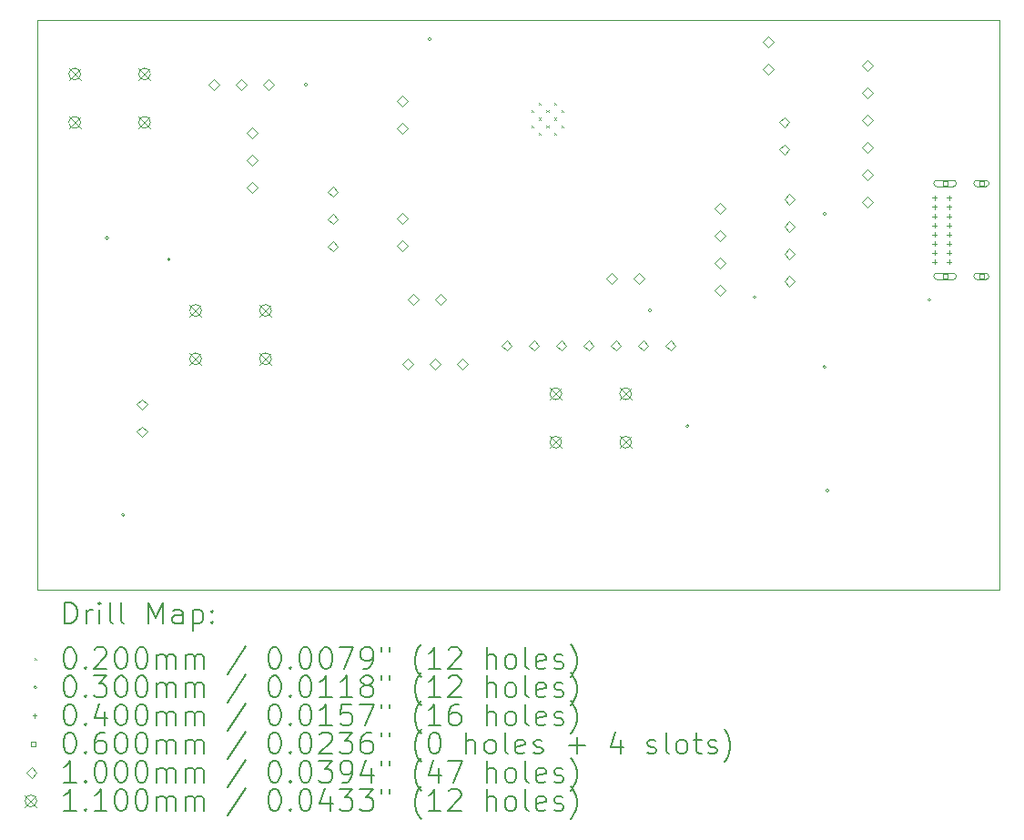
<source format=gbr>
%TF.GenerationSoftware,KiCad,Pcbnew,8.0.4*%
%TF.CreationDate,2024-11-04T17:51:37-06:00*%
%TF.ProjectId,final_project_v0.1,66696e61-6c5f-4707-926f-6a6563745f76,rev?*%
%TF.SameCoordinates,Original*%
%TF.FileFunction,Drillmap*%
%TF.FilePolarity,Positive*%
%FSLAX45Y45*%
G04 Gerber Fmt 4.5, Leading zero omitted, Abs format (unit mm)*
G04 Created by KiCad (PCBNEW 8.0.4) date 2024-11-04 17:51:37*
%MOMM*%
%LPD*%
G01*
G04 APERTURE LIST*
%ADD10C,0.050000*%
%ADD11C,0.200000*%
%ADD12C,0.100000*%
%ADD13C,0.110000*%
G04 APERTURE END LIST*
D10*
X8450000Y-9200000D02*
X17400000Y-9200000D01*
X17400000Y-14500000D01*
X8450000Y-14500000D01*
X8450000Y-9200000D01*
D11*
D12*
X13048250Y-10036000D02*
X13068250Y-10056000D01*
X13068250Y-10036000D02*
X13048250Y-10056000D01*
X13048250Y-10176000D02*
X13068250Y-10196000D01*
X13068250Y-10176000D02*
X13048250Y-10196000D01*
X13118250Y-9966000D02*
X13138250Y-9986000D01*
X13138250Y-9966000D02*
X13118250Y-9986000D01*
X13118250Y-10106000D02*
X13138250Y-10126000D01*
X13138250Y-10106000D02*
X13118250Y-10126000D01*
X13118250Y-10246000D02*
X13138250Y-10266000D01*
X13138250Y-10246000D02*
X13118250Y-10266000D01*
X13188250Y-10036000D02*
X13208250Y-10056000D01*
X13208250Y-10036000D02*
X13188250Y-10056000D01*
X13188250Y-10176000D02*
X13208250Y-10196000D01*
X13208250Y-10176000D02*
X13188250Y-10196000D01*
X13258250Y-9966000D02*
X13278250Y-9986000D01*
X13278250Y-9966000D02*
X13258250Y-9986000D01*
X13258250Y-10106000D02*
X13278250Y-10126000D01*
X13278250Y-10106000D02*
X13258250Y-10126000D01*
X13258250Y-10246000D02*
X13278250Y-10266000D01*
X13278250Y-10246000D02*
X13258250Y-10266000D01*
X13328250Y-10036000D02*
X13348250Y-10056000D01*
X13348250Y-10036000D02*
X13328250Y-10056000D01*
X13328250Y-10176000D02*
X13348250Y-10196000D01*
X13348250Y-10176000D02*
X13328250Y-10196000D01*
X9115000Y-11225000D02*
G75*
G02*
X9085000Y-11225000I-15000J0D01*
G01*
X9085000Y-11225000D02*
G75*
G02*
X9115000Y-11225000I15000J0D01*
G01*
X9265000Y-13800000D02*
G75*
G02*
X9235000Y-13800000I-15000J0D01*
G01*
X9235000Y-13800000D02*
G75*
G02*
X9265000Y-13800000I15000J0D01*
G01*
X9690000Y-11425000D02*
G75*
G02*
X9660000Y-11425000I-15000J0D01*
G01*
X9660000Y-11425000D02*
G75*
G02*
X9690000Y-11425000I15000J0D01*
G01*
X10965000Y-9800000D02*
G75*
G02*
X10935000Y-9800000I-15000J0D01*
G01*
X10935000Y-9800000D02*
G75*
G02*
X10965000Y-9800000I15000J0D01*
G01*
X12115000Y-9375000D02*
G75*
G02*
X12085000Y-9375000I-15000J0D01*
G01*
X12085000Y-9375000D02*
G75*
G02*
X12115000Y-9375000I15000J0D01*
G01*
X14165000Y-11900000D02*
G75*
G02*
X14135000Y-11900000I-15000J0D01*
G01*
X14135000Y-11900000D02*
G75*
G02*
X14165000Y-11900000I15000J0D01*
G01*
X14515000Y-12975000D02*
G75*
G02*
X14485000Y-12975000I-15000J0D01*
G01*
X14485000Y-12975000D02*
G75*
G02*
X14515000Y-12975000I15000J0D01*
G01*
X15140000Y-11775000D02*
G75*
G02*
X15110000Y-11775000I-15000J0D01*
G01*
X15110000Y-11775000D02*
G75*
G02*
X15140000Y-11775000I15000J0D01*
G01*
X15790000Y-11000000D02*
G75*
G02*
X15760000Y-11000000I-15000J0D01*
G01*
X15760000Y-11000000D02*
G75*
G02*
X15790000Y-11000000I15000J0D01*
G01*
X15790000Y-12425000D02*
G75*
G02*
X15760000Y-12425000I-15000J0D01*
G01*
X15760000Y-12425000D02*
G75*
G02*
X15790000Y-12425000I15000J0D01*
G01*
X15815000Y-13575000D02*
G75*
G02*
X15785000Y-13575000I-15000J0D01*
G01*
X15785000Y-13575000D02*
G75*
G02*
X15815000Y-13575000I15000J0D01*
G01*
X16765000Y-11800000D02*
G75*
G02*
X16735000Y-11800000I-15000J0D01*
G01*
X16735000Y-11800000D02*
G75*
G02*
X16765000Y-11800000I15000J0D01*
G01*
X16797500Y-10832500D02*
X16797500Y-10872500D01*
X16777500Y-10852500D02*
X16817500Y-10852500D01*
X16797500Y-10917500D02*
X16797500Y-10957500D01*
X16777500Y-10937500D02*
X16817500Y-10937500D01*
X16797500Y-11002500D02*
X16797500Y-11042500D01*
X16777500Y-11022500D02*
X16817500Y-11022500D01*
X16797500Y-11087500D02*
X16797500Y-11127500D01*
X16777500Y-11107500D02*
X16817500Y-11107500D01*
X16797500Y-11172500D02*
X16797500Y-11212500D01*
X16777500Y-11192500D02*
X16817500Y-11192500D01*
X16797500Y-11257500D02*
X16797500Y-11297500D01*
X16777500Y-11277500D02*
X16817500Y-11277500D01*
X16797500Y-11342500D02*
X16797500Y-11382500D01*
X16777500Y-11362500D02*
X16817500Y-11362500D01*
X16797500Y-11427500D02*
X16797500Y-11467500D01*
X16777500Y-11447500D02*
X16817500Y-11447500D01*
X16932500Y-10832500D02*
X16932500Y-10872500D01*
X16912500Y-10852500D02*
X16952500Y-10852500D01*
X16932500Y-10917500D02*
X16932500Y-10957500D01*
X16912500Y-10937500D02*
X16952500Y-10937500D01*
X16932500Y-11002500D02*
X16932500Y-11042500D01*
X16912500Y-11022500D02*
X16952500Y-11022500D01*
X16932500Y-11087500D02*
X16932500Y-11127500D01*
X16912500Y-11107500D02*
X16952500Y-11107500D01*
X16932500Y-11172500D02*
X16932500Y-11212500D01*
X16912500Y-11192500D02*
X16952500Y-11192500D01*
X16932500Y-11257500D02*
X16932500Y-11297500D01*
X16912500Y-11277500D02*
X16952500Y-11277500D01*
X16932500Y-11342500D02*
X16932500Y-11382500D01*
X16912500Y-11362500D02*
X16952500Y-11362500D01*
X16932500Y-11427500D02*
X16932500Y-11467500D01*
X16912500Y-11447500D02*
X16952500Y-11447500D01*
X16916713Y-10738713D02*
X16916713Y-10696287D01*
X16874287Y-10696287D01*
X16874287Y-10738713D01*
X16916713Y-10738713D01*
X16820500Y-10747500D02*
X16970500Y-10747500D01*
X16970500Y-10687500D02*
G75*
G02*
X16970500Y-10747500I0J-30000D01*
G01*
X16970500Y-10687500D02*
X16820500Y-10687500D01*
X16820500Y-10687500D02*
G75*
G03*
X16820500Y-10747500I0J-30000D01*
G01*
X16916713Y-11603713D02*
X16916713Y-11561287D01*
X16874287Y-11561287D01*
X16874287Y-11603713D01*
X16916713Y-11603713D01*
X16820500Y-11612500D02*
X16970500Y-11612500D01*
X16970500Y-11552500D02*
G75*
G02*
X16970500Y-11612500I0J-30000D01*
G01*
X16970500Y-11552500D02*
X16820500Y-11552500D01*
X16820500Y-11552500D02*
G75*
G03*
X16820500Y-11612500I0J-30000D01*
G01*
X17254713Y-10738713D02*
X17254713Y-10696287D01*
X17212287Y-10696287D01*
X17212287Y-10738713D01*
X17254713Y-10738713D01*
X17193500Y-10747500D02*
X17273500Y-10747500D01*
X17273500Y-10687500D02*
G75*
G02*
X17273500Y-10747500I0J-30000D01*
G01*
X17273500Y-10687500D02*
X17193500Y-10687500D01*
X17193500Y-10687500D02*
G75*
G03*
X17193500Y-10747500I0J-30000D01*
G01*
X17254713Y-11603713D02*
X17254713Y-11561287D01*
X17212287Y-11561287D01*
X17212287Y-11603713D01*
X17254713Y-11603713D01*
X17193500Y-11612500D02*
X17273500Y-11612500D01*
X17273500Y-11552500D02*
G75*
G02*
X17273500Y-11612500I0J-30000D01*
G01*
X17273500Y-11552500D02*
X17193500Y-11552500D01*
X17193500Y-11552500D02*
G75*
G03*
X17193500Y-11612500I0J-30000D01*
G01*
X9425000Y-12825000D02*
X9475000Y-12775000D01*
X9425000Y-12725000D01*
X9375000Y-12775000D01*
X9425000Y-12825000D01*
X9425000Y-13079000D02*
X9475000Y-13029000D01*
X9425000Y-12979000D01*
X9375000Y-13029000D01*
X9425000Y-13079000D01*
X10092000Y-9850000D02*
X10142000Y-9800000D01*
X10092000Y-9750000D01*
X10042000Y-9800000D01*
X10092000Y-9850000D01*
X10346000Y-9850000D02*
X10396000Y-9800000D01*
X10346000Y-9750000D01*
X10296000Y-9800000D01*
X10346000Y-9850000D01*
X10450000Y-10300000D02*
X10500000Y-10250000D01*
X10450000Y-10200000D01*
X10400000Y-10250000D01*
X10450000Y-10300000D01*
X10450000Y-10554000D02*
X10500000Y-10504000D01*
X10450000Y-10454000D01*
X10400000Y-10504000D01*
X10450000Y-10554000D01*
X10450000Y-10808000D02*
X10500000Y-10758000D01*
X10450000Y-10708000D01*
X10400000Y-10758000D01*
X10450000Y-10808000D01*
X10600000Y-9850000D02*
X10650000Y-9800000D01*
X10600000Y-9750000D01*
X10550000Y-9800000D01*
X10600000Y-9850000D01*
X11200000Y-10844500D02*
X11250000Y-10794500D01*
X11200000Y-10744500D01*
X11150000Y-10794500D01*
X11200000Y-10844500D01*
X11200000Y-11098500D02*
X11250000Y-11048500D01*
X11200000Y-10998500D01*
X11150000Y-11048500D01*
X11200000Y-11098500D01*
X11200000Y-11352500D02*
X11250000Y-11302500D01*
X11200000Y-11252500D01*
X11150000Y-11302500D01*
X11200000Y-11352500D01*
X11850000Y-10000000D02*
X11900000Y-9950000D01*
X11850000Y-9900000D01*
X11800000Y-9950000D01*
X11850000Y-10000000D01*
X11850000Y-10254000D02*
X11900000Y-10204000D01*
X11850000Y-10154000D01*
X11800000Y-10204000D01*
X11850000Y-10254000D01*
X11850000Y-11096000D02*
X11900000Y-11046000D01*
X11850000Y-10996000D01*
X11800000Y-11046000D01*
X11850000Y-11096000D01*
X11850000Y-11350000D02*
X11900000Y-11300000D01*
X11850000Y-11250000D01*
X11800000Y-11300000D01*
X11850000Y-11350000D01*
X11900000Y-12450000D02*
X11950000Y-12400000D01*
X11900000Y-12350000D01*
X11850000Y-12400000D01*
X11900000Y-12450000D01*
X11946000Y-11850000D02*
X11996000Y-11800000D01*
X11946000Y-11750000D01*
X11896000Y-11800000D01*
X11946000Y-11850000D01*
X12154000Y-12450000D02*
X12204000Y-12400000D01*
X12154000Y-12350000D01*
X12104000Y-12400000D01*
X12154000Y-12450000D01*
X12200000Y-11850000D02*
X12250000Y-11800000D01*
X12200000Y-11750000D01*
X12150000Y-11800000D01*
X12200000Y-11850000D01*
X12408000Y-12450000D02*
X12458000Y-12400000D01*
X12408000Y-12350000D01*
X12358000Y-12400000D01*
X12408000Y-12450000D01*
X12817000Y-12275000D02*
X12867000Y-12225000D01*
X12817000Y-12175000D01*
X12767000Y-12225000D01*
X12817000Y-12275000D01*
X13071000Y-12275000D02*
X13121000Y-12225000D01*
X13071000Y-12175000D01*
X13021000Y-12225000D01*
X13071000Y-12275000D01*
X13325000Y-12275000D02*
X13375000Y-12225000D01*
X13325000Y-12175000D01*
X13275000Y-12225000D01*
X13325000Y-12275000D01*
X13579000Y-12275000D02*
X13629000Y-12225000D01*
X13579000Y-12175000D01*
X13529000Y-12225000D01*
X13579000Y-12275000D01*
X13796000Y-11650000D02*
X13846000Y-11600000D01*
X13796000Y-11550000D01*
X13746000Y-11600000D01*
X13796000Y-11650000D01*
X13833000Y-12275000D02*
X13883000Y-12225000D01*
X13833000Y-12175000D01*
X13783000Y-12225000D01*
X13833000Y-12275000D01*
X14050000Y-11650000D02*
X14100000Y-11600000D01*
X14050000Y-11550000D01*
X14000000Y-11600000D01*
X14050000Y-11650000D01*
X14087000Y-12275000D02*
X14137000Y-12225000D01*
X14087000Y-12175000D01*
X14037000Y-12225000D01*
X14087000Y-12275000D01*
X14341000Y-12275000D02*
X14391000Y-12225000D01*
X14341000Y-12175000D01*
X14291000Y-12225000D01*
X14341000Y-12275000D01*
X14800000Y-11000000D02*
X14850000Y-10950000D01*
X14800000Y-10900000D01*
X14750000Y-10950000D01*
X14800000Y-11000000D01*
X14800000Y-11254000D02*
X14850000Y-11204000D01*
X14800000Y-11154000D01*
X14750000Y-11204000D01*
X14800000Y-11254000D01*
X14800000Y-11508000D02*
X14850000Y-11458000D01*
X14800000Y-11408000D01*
X14750000Y-11458000D01*
X14800000Y-11508000D01*
X14800000Y-11762000D02*
X14850000Y-11712000D01*
X14800000Y-11662000D01*
X14750000Y-11712000D01*
X14800000Y-11762000D01*
X15250000Y-9450000D02*
X15300000Y-9400000D01*
X15250000Y-9350000D01*
X15200000Y-9400000D01*
X15250000Y-9450000D01*
X15250000Y-9704000D02*
X15300000Y-9654000D01*
X15250000Y-9604000D01*
X15200000Y-9654000D01*
X15250000Y-9704000D01*
X15400000Y-10200000D02*
X15450000Y-10150000D01*
X15400000Y-10100000D01*
X15350000Y-10150000D01*
X15400000Y-10200000D01*
X15400000Y-10454000D02*
X15450000Y-10404000D01*
X15400000Y-10354000D01*
X15350000Y-10404000D01*
X15400000Y-10454000D01*
X15450000Y-10918000D02*
X15500000Y-10868000D01*
X15450000Y-10818000D01*
X15400000Y-10868000D01*
X15450000Y-10918000D01*
X15450000Y-11172000D02*
X15500000Y-11122000D01*
X15450000Y-11072000D01*
X15400000Y-11122000D01*
X15450000Y-11172000D01*
X15450000Y-11426000D02*
X15500000Y-11376000D01*
X15450000Y-11326000D01*
X15400000Y-11376000D01*
X15450000Y-11426000D01*
X15450000Y-11680000D02*
X15500000Y-11630000D01*
X15450000Y-11580000D01*
X15400000Y-11630000D01*
X15450000Y-11680000D01*
X16175000Y-9671000D02*
X16225000Y-9621000D01*
X16175000Y-9571000D01*
X16125000Y-9621000D01*
X16175000Y-9671000D01*
X16175000Y-9925000D02*
X16225000Y-9875000D01*
X16175000Y-9825000D01*
X16125000Y-9875000D01*
X16175000Y-9925000D01*
X16175000Y-10179000D02*
X16225000Y-10129000D01*
X16175000Y-10079000D01*
X16125000Y-10129000D01*
X16175000Y-10179000D01*
X16175000Y-10433000D02*
X16225000Y-10383000D01*
X16175000Y-10333000D01*
X16125000Y-10383000D01*
X16175000Y-10433000D01*
X16175000Y-10687000D02*
X16225000Y-10637000D01*
X16175000Y-10587000D01*
X16125000Y-10637000D01*
X16175000Y-10687000D01*
X16175000Y-10941000D02*
X16225000Y-10891000D01*
X16175000Y-10841000D01*
X16125000Y-10891000D01*
X16175000Y-10941000D01*
D13*
X8745000Y-9645000D02*
X8855000Y-9755000D01*
X8855000Y-9645000D02*
X8745000Y-9755000D01*
X8855000Y-9700000D02*
G75*
G02*
X8745000Y-9700000I-55000J0D01*
G01*
X8745000Y-9700000D02*
G75*
G02*
X8855000Y-9700000I55000J0D01*
G01*
X8745000Y-10095000D02*
X8855000Y-10205000D01*
X8855000Y-10095000D02*
X8745000Y-10205000D01*
X8855000Y-10150000D02*
G75*
G02*
X8745000Y-10150000I-55000J0D01*
G01*
X8745000Y-10150000D02*
G75*
G02*
X8855000Y-10150000I55000J0D01*
G01*
X9395000Y-9645000D02*
X9505000Y-9755000D01*
X9505000Y-9645000D02*
X9395000Y-9755000D01*
X9505000Y-9700000D02*
G75*
G02*
X9395000Y-9700000I-55000J0D01*
G01*
X9395000Y-9700000D02*
G75*
G02*
X9505000Y-9700000I55000J0D01*
G01*
X9395000Y-10095000D02*
X9505000Y-10205000D01*
X9505000Y-10095000D02*
X9395000Y-10205000D01*
X9505000Y-10150000D02*
G75*
G02*
X9395000Y-10150000I-55000J0D01*
G01*
X9395000Y-10150000D02*
G75*
G02*
X9505000Y-10150000I55000J0D01*
G01*
X9870000Y-11845000D02*
X9980000Y-11955000D01*
X9980000Y-11845000D02*
X9870000Y-11955000D01*
X9980000Y-11900000D02*
G75*
G02*
X9870000Y-11900000I-55000J0D01*
G01*
X9870000Y-11900000D02*
G75*
G02*
X9980000Y-11900000I55000J0D01*
G01*
X9870000Y-12295000D02*
X9980000Y-12405000D01*
X9980000Y-12295000D02*
X9870000Y-12405000D01*
X9980000Y-12350000D02*
G75*
G02*
X9870000Y-12350000I-55000J0D01*
G01*
X9870000Y-12350000D02*
G75*
G02*
X9980000Y-12350000I55000J0D01*
G01*
X10520000Y-11845000D02*
X10630000Y-11955000D01*
X10630000Y-11845000D02*
X10520000Y-11955000D01*
X10630000Y-11900000D02*
G75*
G02*
X10520000Y-11900000I-55000J0D01*
G01*
X10520000Y-11900000D02*
G75*
G02*
X10630000Y-11900000I55000J0D01*
G01*
X10520000Y-12295000D02*
X10630000Y-12405000D01*
X10630000Y-12295000D02*
X10520000Y-12405000D01*
X10630000Y-12350000D02*
G75*
G02*
X10520000Y-12350000I-55000J0D01*
G01*
X10520000Y-12350000D02*
G75*
G02*
X10630000Y-12350000I55000J0D01*
G01*
X13220000Y-12620000D02*
X13330000Y-12730000D01*
X13330000Y-12620000D02*
X13220000Y-12730000D01*
X13330000Y-12675000D02*
G75*
G02*
X13220000Y-12675000I-55000J0D01*
G01*
X13220000Y-12675000D02*
G75*
G02*
X13330000Y-12675000I55000J0D01*
G01*
X13220000Y-13070000D02*
X13330000Y-13180000D01*
X13330000Y-13070000D02*
X13220000Y-13180000D01*
X13330000Y-13125000D02*
G75*
G02*
X13220000Y-13125000I-55000J0D01*
G01*
X13220000Y-13125000D02*
G75*
G02*
X13330000Y-13125000I55000J0D01*
G01*
X13870000Y-12620000D02*
X13980000Y-12730000D01*
X13980000Y-12620000D02*
X13870000Y-12730000D01*
X13980000Y-12675000D02*
G75*
G02*
X13870000Y-12675000I-55000J0D01*
G01*
X13870000Y-12675000D02*
G75*
G02*
X13980000Y-12675000I55000J0D01*
G01*
X13870000Y-13070000D02*
X13980000Y-13180000D01*
X13980000Y-13070000D02*
X13870000Y-13180000D01*
X13980000Y-13125000D02*
G75*
G02*
X13870000Y-13125000I-55000J0D01*
G01*
X13870000Y-13125000D02*
G75*
G02*
X13980000Y-13125000I55000J0D01*
G01*
D11*
X8708277Y-14813984D02*
X8708277Y-14613984D01*
X8708277Y-14613984D02*
X8755896Y-14613984D01*
X8755896Y-14613984D02*
X8784467Y-14623508D01*
X8784467Y-14623508D02*
X8803515Y-14642555D01*
X8803515Y-14642555D02*
X8813039Y-14661603D01*
X8813039Y-14661603D02*
X8822563Y-14699698D01*
X8822563Y-14699698D02*
X8822563Y-14728269D01*
X8822563Y-14728269D02*
X8813039Y-14766365D01*
X8813039Y-14766365D02*
X8803515Y-14785412D01*
X8803515Y-14785412D02*
X8784467Y-14804460D01*
X8784467Y-14804460D02*
X8755896Y-14813984D01*
X8755896Y-14813984D02*
X8708277Y-14813984D01*
X8908277Y-14813984D02*
X8908277Y-14680650D01*
X8908277Y-14718746D02*
X8917801Y-14699698D01*
X8917801Y-14699698D02*
X8927324Y-14690174D01*
X8927324Y-14690174D02*
X8946372Y-14680650D01*
X8946372Y-14680650D02*
X8965420Y-14680650D01*
X9032086Y-14813984D02*
X9032086Y-14680650D01*
X9032086Y-14613984D02*
X9022563Y-14623508D01*
X9022563Y-14623508D02*
X9032086Y-14633031D01*
X9032086Y-14633031D02*
X9041610Y-14623508D01*
X9041610Y-14623508D02*
X9032086Y-14613984D01*
X9032086Y-14613984D02*
X9032086Y-14633031D01*
X9155896Y-14813984D02*
X9136848Y-14804460D01*
X9136848Y-14804460D02*
X9127324Y-14785412D01*
X9127324Y-14785412D02*
X9127324Y-14613984D01*
X9260658Y-14813984D02*
X9241610Y-14804460D01*
X9241610Y-14804460D02*
X9232086Y-14785412D01*
X9232086Y-14785412D02*
X9232086Y-14613984D01*
X9489229Y-14813984D02*
X9489229Y-14613984D01*
X9489229Y-14613984D02*
X9555896Y-14756841D01*
X9555896Y-14756841D02*
X9622563Y-14613984D01*
X9622563Y-14613984D02*
X9622563Y-14813984D01*
X9803515Y-14813984D02*
X9803515Y-14709222D01*
X9803515Y-14709222D02*
X9793991Y-14690174D01*
X9793991Y-14690174D02*
X9774944Y-14680650D01*
X9774944Y-14680650D02*
X9736848Y-14680650D01*
X9736848Y-14680650D02*
X9717801Y-14690174D01*
X9803515Y-14804460D02*
X9784467Y-14813984D01*
X9784467Y-14813984D02*
X9736848Y-14813984D01*
X9736848Y-14813984D02*
X9717801Y-14804460D01*
X9717801Y-14804460D02*
X9708277Y-14785412D01*
X9708277Y-14785412D02*
X9708277Y-14766365D01*
X9708277Y-14766365D02*
X9717801Y-14747317D01*
X9717801Y-14747317D02*
X9736848Y-14737793D01*
X9736848Y-14737793D02*
X9784467Y-14737793D01*
X9784467Y-14737793D02*
X9803515Y-14728269D01*
X9898753Y-14680650D02*
X9898753Y-14880650D01*
X9898753Y-14690174D02*
X9917801Y-14680650D01*
X9917801Y-14680650D02*
X9955896Y-14680650D01*
X9955896Y-14680650D02*
X9974944Y-14690174D01*
X9974944Y-14690174D02*
X9984467Y-14699698D01*
X9984467Y-14699698D02*
X9993991Y-14718746D01*
X9993991Y-14718746D02*
X9993991Y-14775888D01*
X9993991Y-14775888D02*
X9984467Y-14794936D01*
X9984467Y-14794936D02*
X9974944Y-14804460D01*
X9974944Y-14804460D02*
X9955896Y-14813984D01*
X9955896Y-14813984D02*
X9917801Y-14813984D01*
X9917801Y-14813984D02*
X9898753Y-14804460D01*
X10079705Y-14794936D02*
X10089229Y-14804460D01*
X10089229Y-14804460D02*
X10079705Y-14813984D01*
X10079705Y-14813984D02*
X10070182Y-14804460D01*
X10070182Y-14804460D02*
X10079705Y-14794936D01*
X10079705Y-14794936D02*
X10079705Y-14813984D01*
X10079705Y-14690174D02*
X10089229Y-14699698D01*
X10089229Y-14699698D02*
X10079705Y-14709222D01*
X10079705Y-14709222D02*
X10070182Y-14699698D01*
X10070182Y-14699698D02*
X10079705Y-14690174D01*
X10079705Y-14690174D02*
X10079705Y-14709222D01*
D12*
X8427500Y-15132500D02*
X8447500Y-15152500D01*
X8447500Y-15132500D02*
X8427500Y-15152500D01*
D11*
X8746372Y-15033984D02*
X8765420Y-15033984D01*
X8765420Y-15033984D02*
X8784467Y-15043508D01*
X8784467Y-15043508D02*
X8793991Y-15053031D01*
X8793991Y-15053031D02*
X8803515Y-15072079D01*
X8803515Y-15072079D02*
X8813039Y-15110174D01*
X8813039Y-15110174D02*
X8813039Y-15157793D01*
X8813039Y-15157793D02*
X8803515Y-15195888D01*
X8803515Y-15195888D02*
X8793991Y-15214936D01*
X8793991Y-15214936D02*
X8784467Y-15224460D01*
X8784467Y-15224460D02*
X8765420Y-15233984D01*
X8765420Y-15233984D02*
X8746372Y-15233984D01*
X8746372Y-15233984D02*
X8727324Y-15224460D01*
X8727324Y-15224460D02*
X8717801Y-15214936D01*
X8717801Y-15214936D02*
X8708277Y-15195888D01*
X8708277Y-15195888D02*
X8698753Y-15157793D01*
X8698753Y-15157793D02*
X8698753Y-15110174D01*
X8698753Y-15110174D02*
X8708277Y-15072079D01*
X8708277Y-15072079D02*
X8717801Y-15053031D01*
X8717801Y-15053031D02*
X8727324Y-15043508D01*
X8727324Y-15043508D02*
X8746372Y-15033984D01*
X8898753Y-15214936D02*
X8908277Y-15224460D01*
X8908277Y-15224460D02*
X8898753Y-15233984D01*
X8898753Y-15233984D02*
X8889229Y-15224460D01*
X8889229Y-15224460D02*
X8898753Y-15214936D01*
X8898753Y-15214936D02*
X8898753Y-15233984D01*
X8984467Y-15053031D02*
X8993991Y-15043508D01*
X8993991Y-15043508D02*
X9013039Y-15033984D01*
X9013039Y-15033984D02*
X9060658Y-15033984D01*
X9060658Y-15033984D02*
X9079705Y-15043508D01*
X9079705Y-15043508D02*
X9089229Y-15053031D01*
X9089229Y-15053031D02*
X9098753Y-15072079D01*
X9098753Y-15072079D02*
X9098753Y-15091127D01*
X9098753Y-15091127D02*
X9089229Y-15119698D01*
X9089229Y-15119698D02*
X8974944Y-15233984D01*
X8974944Y-15233984D02*
X9098753Y-15233984D01*
X9222563Y-15033984D02*
X9241610Y-15033984D01*
X9241610Y-15033984D02*
X9260658Y-15043508D01*
X9260658Y-15043508D02*
X9270182Y-15053031D01*
X9270182Y-15053031D02*
X9279705Y-15072079D01*
X9279705Y-15072079D02*
X9289229Y-15110174D01*
X9289229Y-15110174D02*
X9289229Y-15157793D01*
X9289229Y-15157793D02*
X9279705Y-15195888D01*
X9279705Y-15195888D02*
X9270182Y-15214936D01*
X9270182Y-15214936D02*
X9260658Y-15224460D01*
X9260658Y-15224460D02*
X9241610Y-15233984D01*
X9241610Y-15233984D02*
X9222563Y-15233984D01*
X9222563Y-15233984D02*
X9203515Y-15224460D01*
X9203515Y-15224460D02*
X9193991Y-15214936D01*
X9193991Y-15214936D02*
X9184467Y-15195888D01*
X9184467Y-15195888D02*
X9174944Y-15157793D01*
X9174944Y-15157793D02*
X9174944Y-15110174D01*
X9174944Y-15110174D02*
X9184467Y-15072079D01*
X9184467Y-15072079D02*
X9193991Y-15053031D01*
X9193991Y-15053031D02*
X9203515Y-15043508D01*
X9203515Y-15043508D02*
X9222563Y-15033984D01*
X9413039Y-15033984D02*
X9432086Y-15033984D01*
X9432086Y-15033984D02*
X9451134Y-15043508D01*
X9451134Y-15043508D02*
X9460658Y-15053031D01*
X9460658Y-15053031D02*
X9470182Y-15072079D01*
X9470182Y-15072079D02*
X9479705Y-15110174D01*
X9479705Y-15110174D02*
X9479705Y-15157793D01*
X9479705Y-15157793D02*
X9470182Y-15195888D01*
X9470182Y-15195888D02*
X9460658Y-15214936D01*
X9460658Y-15214936D02*
X9451134Y-15224460D01*
X9451134Y-15224460D02*
X9432086Y-15233984D01*
X9432086Y-15233984D02*
X9413039Y-15233984D01*
X9413039Y-15233984D02*
X9393991Y-15224460D01*
X9393991Y-15224460D02*
X9384467Y-15214936D01*
X9384467Y-15214936D02*
X9374944Y-15195888D01*
X9374944Y-15195888D02*
X9365420Y-15157793D01*
X9365420Y-15157793D02*
X9365420Y-15110174D01*
X9365420Y-15110174D02*
X9374944Y-15072079D01*
X9374944Y-15072079D02*
X9384467Y-15053031D01*
X9384467Y-15053031D02*
X9393991Y-15043508D01*
X9393991Y-15043508D02*
X9413039Y-15033984D01*
X9565420Y-15233984D02*
X9565420Y-15100650D01*
X9565420Y-15119698D02*
X9574944Y-15110174D01*
X9574944Y-15110174D02*
X9593991Y-15100650D01*
X9593991Y-15100650D02*
X9622563Y-15100650D01*
X9622563Y-15100650D02*
X9641610Y-15110174D01*
X9641610Y-15110174D02*
X9651134Y-15129222D01*
X9651134Y-15129222D02*
X9651134Y-15233984D01*
X9651134Y-15129222D02*
X9660658Y-15110174D01*
X9660658Y-15110174D02*
X9679705Y-15100650D01*
X9679705Y-15100650D02*
X9708277Y-15100650D01*
X9708277Y-15100650D02*
X9727325Y-15110174D01*
X9727325Y-15110174D02*
X9736848Y-15129222D01*
X9736848Y-15129222D02*
X9736848Y-15233984D01*
X9832086Y-15233984D02*
X9832086Y-15100650D01*
X9832086Y-15119698D02*
X9841610Y-15110174D01*
X9841610Y-15110174D02*
X9860658Y-15100650D01*
X9860658Y-15100650D02*
X9889229Y-15100650D01*
X9889229Y-15100650D02*
X9908277Y-15110174D01*
X9908277Y-15110174D02*
X9917801Y-15129222D01*
X9917801Y-15129222D02*
X9917801Y-15233984D01*
X9917801Y-15129222D02*
X9927325Y-15110174D01*
X9927325Y-15110174D02*
X9946372Y-15100650D01*
X9946372Y-15100650D02*
X9974944Y-15100650D01*
X9974944Y-15100650D02*
X9993991Y-15110174D01*
X9993991Y-15110174D02*
X10003515Y-15129222D01*
X10003515Y-15129222D02*
X10003515Y-15233984D01*
X10393991Y-15024460D02*
X10222563Y-15281603D01*
X10651134Y-15033984D02*
X10670182Y-15033984D01*
X10670182Y-15033984D02*
X10689229Y-15043508D01*
X10689229Y-15043508D02*
X10698753Y-15053031D01*
X10698753Y-15053031D02*
X10708277Y-15072079D01*
X10708277Y-15072079D02*
X10717801Y-15110174D01*
X10717801Y-15110174D02*
X10717801Y-15157793D01*
X10717801Y-15157793D02*
X10708277Y-15195888D01*
X10708277Y-15195888D02*
X10698753Y-15214936D01*
X10698753Y-15214936D02*
X10689229Y-15224460D01*
X10689229Y-15224460D02*
X10670182Y-15233984D01*
X10670182Y-15233984D02*
X10651134Y-15233984D01*
X10651134Y-15233984D02*
X10632087Y-15224460D01*
X10632087Y-15224460D02*
X10622563Y-15214936D01*
X10622563Y-15214936D02*
X10613039Y-15195888D01*
X10613039Y-15195888D02*
X10603515Y-15157793D01*
X10603515Y-15157793D02*
X10603515Y-15110174D01*
X10603515Y-15110174D02*
X10613039Y-15072079D01*
X10613039Y-15072079D02*
X10622563Y-15053031D01*
X10622563Y-15053031D02*
X10632087Y-15043508D01*
X10632087Y-15043508D02*
X10651134Y-15033984D01*
X10803515Y-15214936D02*
X10813039Y-15224460D01*
X10813039Y-15224460D02*
X10803515Y-15233984D01*
X10803515Y-15233984D02*
X10793991Y-15224460D01*
X10793991Y-15224460D02*
X10803515Y-15214936D01*
X10803515Y-15214936D02*
X10803515Y-15233984D01*
X10936848Y-15033984D02*
X10955896Y-15033984D01*
X10955896Y-15033984D02*
X10974944Y-15043508D01*
X10974944Y-15043508D02*
X10984468Y-15053031D01*
X10984468Y-15053031D02*
X10993991Y-15072079D01*
X10993991Y-15072079D02*
X11003515Y-15110174D01*
X11003515Y-15110174D02*
X11003515Y-15157793D01*
X11003515Y-15157793D02*
X10993991Y-15195888D01*
X10993991Y-15195888D02*
X10984468Y-15214936D01*
X10984468Y-15214936D02*
X10974944Y-15224460D01*
X10974944Y-15224460D02*
X10955896Y-15233984D01*
X10955896Y-15233984D02*
X10936848Y-15233984D01*
X10936848Y-15233984D02*
X10917801Y-15224460D01*
X10917801Y-15224460D02*
X10908277Y-15214936D01*
X10908277Y-15214936D02*
X10898753Y-15195888D01*
X10898753Y-15195888D02*
X10889229Y-15157793D01*
X10889229Y-15157793D02*
X10889229Y-15110174D01*
X10889229Y-15110174D02*
X10898753Y-15072079D01*
X10898753Y-15072079D02*
X10908277Y-15053031D01*
X10908277Y-15053031D02*
X10917801Y-15043508D01*
X10917801Y-15043508D02*
X10936848Y-15033984D01*
X11127325Y-15033984D02*
X11146372Y-15033984D01*
X11146372Y-15033984D02*
X11165420Y-15043508D01*
X11165420Y-15043508D02*
X11174944Y-15053031D01*
X11174944Y-15053031D02*
X11184468Y-15072079D01*
X11184468Y-15072079D02*
X11193991Y-15110174D01*
X11193991Y-15110174D02*
X11193991Y-15157793D01*
X11193991Y-15157793D02*
X11184468Y-15195888D01*
X11184468Y-15195888D02*
X11174944Y-15214936D01*
X11174944Y-15214936D02*
X11165420Y-15224460D01*
X11165420Y-15224460D02*
X11146372Y-15233984D01*
X11146372Y-15233984D02*
X11127325Y-15233984D01*
X11127325Y-15233984D02*
X11108277Y-15224460D01*
X11108277Y-15224460D02*
X11098753Y-15214936D01*
X11098753Y-15214936D02*
X11089229Y-15195888D01*
X11089229Y-15195888D02*
X11079706Y-15157793D01*
X11079706Y-15157793D02*
X11079706Y-15110174D01*
X11079706Y-15110174D02*
X11089229Y-15072079D01*
X11089229Y-15072079D02*
X11098753Y-15053031D01*
X11098753Y-15053031D02*
X11108277Y-15043508D01*
X11108277Y-15043508D02*
X11127325Y-15033984D01*
X11260658Y-15033984D02*
X11393991Y-15033984D01*
X11393991Y-15033984D02*
X11308277Y-15233984D01*
X11479706Y-15233984D02*
X11517801Y-15233984D01*
X11517801Y-15233984D02*
X11536848Y-15224460D01*
X11536848Y-15224460D02*
X11546372Y-15214936D01*
X11546372Y-15214936D02*
X11565420Y-15186365D01*
X11565420Y-15186365D02*
X11574944Y-15148269D01*
X11574944Y-15148269D02*
X11574944Y-15072079D01*
X11574944Y-15072079D02*
X11565420Y-15053031D01*
X11565420Y-15053031D02*
X11555896Y-15043508D01*
X11555896Y-15043508D02*
X11536848Y-15033984D01*
X11536848Y-15033984D02*
X11498753Y-15033984D01*
X11498753Y-15033984D02*
X11479706Y-15043508D01*
X11479706Y-15043508D02*
X11470182Y-15053031D01*
X11470182Y-15053031D02*
X11460658Y-15072079D01*
X11460658Y-15072079D02*
X11460658Y-15119698D01*
X11460658Y-15119698D02*
X11470182Y-15138746D01*
X11470182Y-15138746D02*
X11479706Y-15148269D01*
X11479706Y-15148269D02*
X11498753Y-15157793D01*
X11498753Y-15157793D02*
X11536848Y-15157793D01*
X11536848Y-15157793D02*
X11555896Y-15148269D01*
X11555896Y-15148269D02*
X11565420Y-15138746D01*
X11565420Y-15138746D02*
X11574944Y-15119698D01*
X11651134Y-15033984D02*
X11651134Y-15072079D01*
X11727325Y-15033984D02*
X11727325Y-15072079D01*
X12022563Y-15310174D02*
X12013039Y-15300650D01*
X12013039Y-15300650D02*
X11993991Y-15272079D01*
X11993991Y-15272079D02*
X11984468Y-15253031D01*
X11984468Y-15253031D02*
X11974944Y-15224460D01*
X11974944Y-15224460D02*
X11965420Y-15176841D01*
X11965420Y-15176841D02*
X11965420Y-15138746D01*
X11965420Y-15138746D02*
X11974944Y-15091127D01*
X11974944Y-15091127D02*
X11984468Y-15062555D01*
X11984468Y-15062555D02*
X11993991Y-15043508D01*
X11993991Y-15043508D02*
X12013039Y-15014936D01*
X12013039Y-15014936D02*
X12022563Y-15005412D01*
X12203515Y-15233984D02*
X12089229Y-15233984D01*
X12146372Y-15233984D02*
X12146372Y-15033984D01*
X12146372Y-15033984D02*
X12127325Y-15062555D01*
X12127325Y-15062555D02*
X12108277Y-15081603D01*
X12108277Y-15081603D02*
X12089229Y-15091127D01*
X12279706Y-15053031D02*
X12289229Y-15043508D01*
X12289229Y-15043508D02*
X12308277Y-15033984D01*
X12308277Y-15033984D02*
X12355896Y-15033984D01*
X12355896Y-15033984D02*
X12374944Y-15043508D01*
X12374944Y-15043508D02*
X12384468Y-15053031D01*
X12384468Y-15053031D02*
X12393991Y-15072079D01*
X12393991Y-15072079D02*
X12393991Y-15091127D01*
X12393991Y-15091127D02*
X12384468Y-15119698D01*
X12384468Y-15119698D02*
X12270182Y-15233984D01*
X12270182Y-15233984D02*
X12393991Y-15233984D01*
X12632087Y-15233984D02*
X12632087Y-15033984D01*
X12717801Y-15233984D02*
X12717801Y-15129222D01*
X12717801Y-15129222D02*
X12708277Y-15110174D01*
X12708277Y-15110174D02*
X12689230Y-15100650D01*
X12689230Y-15100650D02*
X12660658Y-15100650D01*
X12660658Y-15100650D02*
X12641610Y-15110174D01*
X12641610Y-15110174D02*
X12632087Y-15119698D01*
X12841610Y-15233984D02*
X12822563Y-15224460D01*
X12822563Y-15224460D02*
X12813039Y-15214936D01*
X12813039Y-15214936D02*
X12803515Y-15195888D01*
X12803515Y-15195888D02*
X12803515Y-15138746D01*
X12803515Y-15138746D02*
X12813039Y-15119698D01*
X12813039Y-15119698D02*
X12822563Y-15110174D01*
X12822563Y-15110174D02*
X12841610Y-15100650D01*
X12841610Y-15100650D02*
X12870182Y-15100650D01*
X12870182Y-15100650D02*
X12889230Y-15110174D01*
X12889230Y-15110174D02*
X12898753Y-15119698D01*
X12898753Y-15119698D02*
X12908277Y-15138746D01*
X12908277Y-15138746D02*
X12908277Y-15195888D01*
X12908277Y-15195888D02*
X12898753Y-15214936D01*
X12898753Y-15214936D02*
X12889230Y-15224460D01*
X12889230Y-15224460D02*
X12870182Y-15233984D01*
X12870182Y-15233984D02*
X12841610Y-15233984D01*
X13022563Y-15233984D02*
X13003515Y-15224460D01*
X13003515Y-15224460D02*
X12993991Y-15205412D01*
X12993991Y-15205412D02*
X12993991Y-15033984D01*
X13174944Y-15224460D02*
X13155896Y-15233984D01*
X13155896Y-15233984D02*
X13117801Y-15233984D01*
X13117801Y-15233984D02*
X13098753Y-15224460D01*
X13098753Y-15224460D02*
X13089230Y-15205412D01*
X13089230Y-15205412D02*
X13089230Y-15129222D01*
X13089230Y-15129222D02*
X13098753Y-15110174D01*
X13098753Y-15110174D02*
X13117801Y-15100650D01*
X13117801Y-15100650D02*
X13155896Y-15100650D01*
X13155896Y-15100650D02*
X13174944Y-15110174D01*
X13174944Y-15110174D02*
X13184468Y-15129222D01*
X13184468Y-15129222D02*
X13184468Y-15148269D01*
X13184468Y-15148269D02*
X13089230Y-15167317D01*
X13260658Y-15224460D02*
X13279706Y-15233984D01*
X13279706Y-15233984D02*
X13317801Y-15233984D01*
X13317801Y-15233984D02*
X13336849Y-15224460D01*
X13336849Y-15224460D02*
X13346372Y-15205412D01*
X13346372Y-15205412D02*
X13346372Y-15195888D01*
X13346372Y-15195888D02*
X13336849Y-15176841D01*
X13336849Y-15176841D02*
X13317801Y-15167317D01*
X13317801Y-15167317D02*
X13289230Y-15167317D01*
X13289230Y-15167317D02*
X13270182Y-15157793D01*
X13270182Y-15157793D02*
X13260658Y-15138746D01*
X13260658Y-15138746D02*
X13260658Y-15129222D01*
X13260658Y-15129222D02*
X13270182Y-15110174D01*
X13270182Y-15110174D02*
X13289230Y-15100650D01*
X13289230Y-15100650D02*
X13317801Y-15100650D01*
X13317801Y-15100650D02*
X13336849Y-15110174D01*
X13413039Y-15310174D02*
X13422563Y-15300650D01*
X13422563Y-15300650D02*
X13441611Y-15272079D01*
X13441611Y-15272079D02*
X13451134Y-15253031D01*
X13451134Y-15253031D02*
X13460658Y-15224460D01*
X13460658Y-15224460D02*
X13470182Y-15176841D01*
X13470182Y-15176841D02*
X13470182Y-15138746D01*
X13470182Y-15138746D02*
X13460658Y-15091127D01*
X13460658Y-15091127D02*
X13451134Y-15062555D01*
X13451134Y-15062555D02*
X13441611Y-15043508D01*
X13441611Y-15043508D02*
X13422563Y-15014936D01*
X13422563Y-15014936D02*
X13413039Y-15005412D01*
D12*
X8447500Y-15406500D02*
G75*
G02*
X8417500Y-15406500I-15000J0D01*
G01*
X8417500Y-15406500D02*
G75*
G02*
X8447500Y-15406500I15000J0D01*
G01*
D11*
X8746372Y-15297984D02*
X8765420Y-15297984D01*
X8765420Y-15297984D02*
X8784467Y-15307508D01*
X8784467Y-15307508D02*
X8793991Y-15317031D01*
X8793991Y-15317031D02*
X8803515Y-15336079D01*
X8803515Y-15336079D02*
X8813039Y-15374174D01*
X8813039Y-15374174D02*
X8813039Y-15421793D01*
X8813039Y-15421793D02*
X8803515Y-15459888D01*
X8803515Y-15459888D02*
X8793991Y-15478936D01*
X8793991Y-15478936D02*
X8784467Y-15488460D01*
X8784467Y-15488460D02*
X8765420Y-15497984D01*
X8765420Y-15497984D02*
X8746372Y-15497984D01*
X8746372Y-15497984D02*
X8727324Y-15488460D01*
X8727324Y-15488460D02*
X8717801Y-15478936D01*
X8717801Y-15478936D02*
X8708277Y-15459888D01*
X8708277Y-15459888D02*
X8698753Y-15421793D01*
X8698753Y-15421793D02*
X8698753Y-15374174D01*
X8698753Y-15374174D02*
X8708277Y-15336079D01*
X8708277Y-15336079D02*
X8717801Y-15317031D01*
X8717801Y-15317031D02*
X8727324Y-15307508D01*
X8727324Y-15307508D02*
X8746372Y-15297984D01*
X8898753Y-15478936D02*
X8908277Y-15488460D01*
X8908277Y-15488460D02*
X8898753Y-15497984D01*
X8898753Y-15497984D02*
X8889229Y-15488460D01*
X8889229Y-15488460D02*
X8898753Y-15478936D01*
X8898753Y-15478936D02*
X8898753Y-15497984D01*
X8974944Y-15297984D02*
X9098753Y-15297984D01*
X9098753Y-15297984D02*
X9032086Y-15374174D01*
X9032086Y-15374174D02*
X9060658Y-15374174D01*
X9060658Y-15374174D02*
X9079705Y-15383698D01*
X9079705Y-15383698D02*
X9089229Y-15393222D01*
X9089229Y-15393222D02*
X9098753Y-15412269D01*
X9098753Y-15412269D02*
X9098753Y-15459888D01*
X9098753Y-15459888D02*
X9089229Y-15478936D01*
X9089229Y-15478936D02*
X9079705Y-15488460D01*
X9079705Y-15488460D02*
X9060658Y-15497984D01*
X9060658Y-15497984D02*
X9003515Y-15497984D01*
X9003515Y-15497984D02*
X8984467Y-15488460D01*
X8984467Y-15488460D02*
X8974944Y-15478936D01*
X9222563Y-15297984D02*
X9241610Y-15297984D01*
X9241610Y-15297984D02*
X9260658Y-15307508D01*
X9260658Y-15307508D02*
X9270182Y-15317031D01*
X9270182Y-15317031D02*
X9279705Y-15336079D01*
X9279705Y-15336079D02*
X9289229Y-15374174D01*
X9289229Y-15374174D02*
X9289229Y-15421793D01*
X9289229Y-15421793D02*
X9279705Y-15459888D01*
X9279705Y-15459888D02*
X9270182Y-15478936D01*
X9270182Y-15478936D02*
X9260658Y-15488460D01*
X9260658Y-15488460D02*
X9241610Y-15497984D01*
X9241610Y-15497984D02*
X9222563Y-15497984D01*
X9222563Y-15497984D02*
X9203515Y-15488460D01*
X9203515Y-15488460D02*
X9193991Y-15478936D01*
X9193991Y-15478936D02*
X9184467Y-15459888D01*
X9184467Y-15459888D02*
X9174944Y-15421793D01*
X9174944Y-15421793D02*
X9174944Y-15374174D01*
X9174944Y-15374174D02*
X9184467Y-15336079D01*
X9184467Y-15336079D02*
X9193991Y-15317031D01*
X9193991Y-15317031D02*
X9203515Y-15307508D01*
X9203515Y-15307508D02*
X9222563Y-15297984D01*
X9413039Y-15297984D02*
X9432086Y-15297984D01*
X9432086Y-15297984D02*
X9451134Y-15307508D01*
X9451134Y-15307508D02*
X9460658Y-15317031D01*
X9460658Y-15317031D02*
X9470182Y-15336079D01*
X9470182Y-15336079D02*
X9479705Y-15374174D01*
X9479705Y-15374174D02*
X9479705Y-15421793D01*
X9479705Y-15421793D02*
X9470182Y-15459888D01*
X9470182Y-15459888D02*
X9460658Y-15478936D01*
X9460658Y-15478936D02*
X9451134Y-15488460D01*
X9451134Y-15488460D02*
X9432086Y-15497984D01*
X9432086Y-15497984D02*
X9413039Y-15497984D01*
X9413039Y-15497984D02*
X9393991Y-15488460D01*
X9393991Y-15488460D02*
X9384467Y-15478936D01*
X9384467Y-15478936D02*
X9374944Y-15459888D01*
X9374944Y-15459888D02*
X9365420Y-15421793D01*
X9365420Y-15421793D02*
X9365420Y-15374174D01*
X9365420Y-15374174D02*
X9374944Y-15336079D01*
X9374944Y-15336079D02*
X9384467Y-15317031D01*
X9384467Y-15317031D02*
X9393991Y-15307508D01*
X9393991Y-15307508D02*
X9413039Y-15297984D01*
X9565420Y-15497984D02*
X9565420Y-15364650D01*
X9565420Y-15383698D02*
X9574944Y-15374174D01*
X9574944Y-15374174D02*
X9593991Y-15364650D01*
X9593991Y-15364650D02*
X9622563Y-15364650D01*
X9622563Y-15364650D02*
X9641610Y-15374174D01*
X9641610Y-15374174D02*
X9651134Y-15393222D01*
X9651134Y-15393222D02*
X9651134Y-15497984D01*
X9651134Y-15393222D02*
X9660658Y-15374174D01*
X9660658Y-15374174D02*
X9679705Y-15364650D01*
X9679705Y-15364650D02*
X9708277Y-15364650D01*
X9708277Y-15364650D02*
X9727325Y-15374174D01*
X9727325Y-15374174D02*
X9736848Y-15393222D01*
X9736848Y-15393222D02*
X9736848Y-15497984D01*
X9832086Y-15497984D02*
X9832086Y-15364650D01*
X9832086Y-15383698D02*
X9841610Y-15374174D01*
X9841610Y-15374174D02*
X9860658Y-15364650D01*
X9860658Y-15364650D02*
X9889229Y-15364650D01*
X9889229Y-15364650D02*
X9908277Y-15374174D01*
X9908277Y-15374174D02*
X9917801Y-15393222D01*
X9917801Y-15393222D02*
X9917801Y-15497984D01*
X9917801Y-15393222D02*
X9927325Y-15374174D01*
X9927325Y-15374174D02*
X9946372Y-15364650D01*
X9946372Y-15364650D02*
X9974944Y-15364650D01*
X9974944Y-15364650D02*
X9993991Y-15374174D01*
X9993991Y-15374174D02*
X10003515Y-15393222D01*
X10003515Y-15393222D02*
X10003515Y-15497984D01*
X10393991Y-15288460D02*
X10222563Y-15545603D01*
X10651134Y-15297984D02*
X10670182Y-15297984D01*
X10670182Y-15297984D02*
X10689229Y-15307508D01*
X10689229Y-15307508D02*
X10698753Y-15317031D01*
X10698753Y-15317031D02*
X10708277Y-15336079D01*
X10708277Y-15336079D02*
X10717801Y-15374174D01*
X10717801Y-15374174D02*
X10717801Y-15421793D01*
X10717801Y-15421793D02*
X10708277Y-15459888D01*
X10708277Y-15459888D02*
X10698753Y-15478936D01*
X10698753Y-15478936D02*
X10689229Y-15488460D01*
X10689229Y-15488460D02*
X10670182Y-15497984D01*
X10670182Y-15497984D02*
X10651134Y-15497984D01*
X10651134Y-15497984D02*
X10632087Y-15488460D01*
X10632087Y-15488460D02*
X10622563Y-15478936D01*
X10622563Y-15478936D02*
X10613039Y-15459888D01*
X10613039Y-15459888D02*
X10603515Y-15421793D01*
X10603515Y-15421793D02*
X10603515Y-15374174D01*
X10603515Y-15374174D02*
X10613039Y-15336079D01*
X10613039Y-15336079D02*
X10622563Y-15317031D01*
X10622563Y-15317031D02*
X10632087Y-15307508D01*
X10632087Y-15307508D02*
X10651134Y-15297984D01*
X10803515Y-15478936D02*
X10813039Y-15488460D01*
X10813039Y-15488460D02*
X10803515Y-15497984D01*
X10803515Y-15497984D02*
X10793991Y-15488460D01*
X10793991Y-15488460D02*
X10803515Y-15478936D01*
X10803515Y-15478936D02*
X10803515Y-15497984D01*
X10936848Y-15297984D02*
X10955896Y-15297984D01*
X10955896Y-15297984D02*
X10974944Y-15307508D01*
X10974944Y-15307508D02*
X10984468Y-15317031D01*
X10984468Y-15317031D02*
X10993991Y-15336079D01*
X10993991Y-15336079D02*
X11003515Y-15374174D01*
X11003515Y-15374174D02*
X11003515Y-15421793D01*
X11003515Y-15421793D02*
X10993991Y-15459888D01*
X10993991Y-15459888D02*
X10984468Y-15478936D01*
X10984468Y-15478936D02*
X10974944Y-15488460D01*
X10974944Y-15488460D02*
X10955896Y-15497984D01*
X10955896Y-15497984D02*
X10936848Y-15497984D01*
X10936848Y-15497984D02*
X10917801Y-15488460D01*
X10917801Y-15488460D02*
X10908277Y-15478936D01*
X10908277Y-15478936D02*
X10898753Y-15459888D01*
X10898753Y-15459888D02*
X10889229Y-15421793D01*
X10889229Y-15421793D02*
X10889229Y-15374174D01*
X10889229Y-15374174D02*
X10898753Y-15336079D01*
X10898753Y-15336079D02*
X10908277Y-15317031D01*
X10908277Y-15317031D02*
X10917801Y-15307508D01*
X10917801Y-15307508D02*
X10936848Y-15297984D01*
X11193991Y-15497984D02*
X11079706Y-15497984D01*
X11136848Y-15497984D02*
X11136848Y-15297984D01*
X11136848Y-15297984D02*
X11117801Y-15326555D01*
X11117801Y-15326555D02*
X11098753Y-15345603D01*
X11098753Y-15345603D02*
X11079706Y-15355127D01*
X11384467Y-15497984D02*
X11270182Y-15497984D01*
X11327325Y-15497984D02*
X11327325Y-15297984D01*
X11327325Y-15297984D02*
X11308277Y-15326555D01*
X11308277Y-15326555D02*
X11289229Y-15345603D01*
X11289229Y-15345603D02*
X11270182Y-15355127D01*
X11498753Y-15383698D02*
X11479706Y-15374174D01*
X11479706Y-15374174D02*
X11470182Y-15364650D01*
X11470182Y-15364650D02*
X11460658Y-15345603D01*
X11460658Y-15345603D02*
X11460658Y-15336079D01*
X11460658Y-15336079D02*
X11470182Y-15317031D01*
X11470182Y-15317031D02*
X11479706Y-15307508D01*
X11479706Y-15307508D02*
X11498753Y-15297984D01*
X11498753Y-15297984D02*
X11536848Y-15297984D01*
X11536848Y-15297984D02*
X11555896Y-15307508D01*
X11555896Y-15307508D02*
X11565420Y-15317031D01*
X11565420Y-15317031D02*
X11574944Y-15336079D01*
X11574944Y-15336079D02*
X11574944Y-15345603D01*
X11574944Y-15345603D02*
X11565420Y-15364650D01*
X11565420Y-15364650D02*
X11555896Y-15374174D01*
X11555896Y-15374174D02*
X11536848Y-15383698D01*
X11536848Y-15383698D02*
X11498753Y-15383698D01*
X11498753Y-15383698D02*
X11479706Y-15393222D01*
X11479706Y-15393222D02*
X11470182Y-15402746D01*
X11470182Y-15402746D02*
X11460658Y-15421793D01*
X11460658Y-15421793D02*
X11460658Y-15459888D01*
X11460658Y-15459888D02*
X11470182Y-15478936D01*
X11470182Y-15478936D02*
X11479706Y-15488460D01*
X11479706Y-15488460D02*
X11498753Y-15497984D01*
X11498753Y-15497984D02*
X11536848Y-15497984D01*
X11536848Y-15497984D02*
X11555896Y-15488460D01*
X11555896Y-15488460D02*
X11565420Y-15478936D01*
X11565420Y-15478936D02*
X11574944Y-15459888D01*
X11574944Y-15459888D02*
X11574944Y-15421793D01*
X11574944Y-15421793D02*
X11565420Y-15402746D01*
X11565420Y-15402746D02*
X11555896Y-15393222D01*
X11555896Y-15393222D02*
X11536848Y-15383698D01*
X11651134Y-15297984D02*
X11651134Y-15336079D01*
X11727325Y-15297984D02*
X11727325Y-15336079D01*
X12022563Y-15574174D02*
X12013039Y-15564650D01*
X12013039Y-15564650D02*
X11993991Y-15536079D01*
X11993991Y-15536079D02*
X11984468Y-15517031D01*
X11984468Y-15517031D02*
X11974944Y-15488460D01*
X11974944Y-15488460D02*
X11965420Y-15440841D01*
X11965420Y-15440841D02*
X11965420Y-15402746D01*
X11965420Y-15402746D02*
X11974944Y-15355127D01*
X11974944Y-15355127D02*
X11984468Y-15326555D01*
X11984468Y-15326555D02*
X11993991Y-15307508D01*
X11993991Y-15307508D02*
X12013039Y-15278936D01*
X12013039Y-15278936D02*
X12022563Y-15269412D01*
X12203515Y-15497984D02*
X12089229Y-15497984D01*
X12146372Y-15497984D02*
X12146372Y-15297984D01*
X12146372Y-15297984D02*
X12127325Y-15326555D01*
X12127325Y-15326555D02*
X12108277Y-15345603D01*
X12108277Y-15345603D02*
X12089229Y-15355127D01*
X12279706Y-15317031D02*
X12289229Y-15307508D01*
X12289229Y-15307508D02*
X12308277Y-15297984D01*
X12308277Y-15297984D02*
X12355896Y-15297984D01*
X12355896Y-15297984D02*
X12374944Y-15307508D01*
X12374944Y-15307508D02*
X12384468Y-15317031D01*
X12384468Y-15317031D02*
X12393991Y-15336079D01*
X12393991Y-15336079D02*
X12393991Y-15355127D01*
X12393991Y-15355127D02*
X12384468Y-15383698D01*
X12384468Y-15383698D02*
X12270182Y-15497984D01*
X12270182Y-15497984D02*
X12393991Y-15497984D01*
X12632087Y-15497984D02*
X12632087Y-15297984D01*
X12717801Y-15497984D02*
X12717801Y-15393222D01*
X12717801Y-15393222D02*
X12708277Y-15374174D01*
X12708277Y-15374174D02*
X12689230Y-15364650D01*
X12689230Y-15364650D02*
X12660658Y-15364650D01*
X12660658Y-15364650D02*
X12641610Y-15374174D01*
X12641610Y-15374174D02*
X12632087Y-15383698D01*
X12841610Y-15497984D02*
X12822563Y-15488460D01*
X12822563Y-15488460D02*
X12813039Y-15478936D01*
X12813039Y-15478936D02*
X12803515Y-15459888D01*
X12803515Y-15459888D02*
X12803515Y-15402746D01*
X12803515Y-15402746D02*
X12813039Y-15383698D01*
X12813039Y-15383698D02*
X12822563Y-15374174D01*
X12822563Y-15374174D02*
X12841610Y-15364650D01*
X12841610Y-15364650D02*
X12870182Y-15364650D01*
X12870182Y-15364650D02*
X12889230Y-15374174D01*
X12889230Y-15374174D02*
X12898753Y-15383698D01*
X12898753Y-15383698D02*
X12908277Y-15402746D01*
X12908277Y-15402746D02*
X12908277Y-15459888D01*
X12908277Y-15459888D02*
X12898753Y-15478936D01*
X12898753Y-15478936D02*
X12889230Y-15488460D01*
X12889230Y-15488460D02*
X12870182Y-15497984D01*
X12870182Y-15497984D02*
X12841610Y-15497984D01*
X13022563Y-15497984D02*
X13003515Y-15488460D01*
X13003515Y-15488460D02*
X12993991Y-15469412D01*
X12993991Y-15469412D02*
X12993991Y-15297984D01*
X13174944Y-15488460D02*
X13155896Y-15497984D01*
X13155896Y-15497984D02*
X13117801Y-15497984D01*
X13117801Y-15497984D02*
X13098753Y-15488460D01*
X13098753Y-15488460D02*
X13089230Y-15469412D01*
X13089230Y-15469412D02*
X13089230Y-15393222D01*
X13089230Y-15393222D02*
X13098753Y-15374174D01*
X13098753Y-15374174D02*
X13117801Y-15364650D01*
X13117801Y-15364650D02*
X13155896Y-15364650D01*
X13155896Y-15364650D02*
X13174944Y-15374174D01*
X13174944Y-15374174D02*
X13184468Y-15393222D01*
X13184468Y-15393222D02*
X13184468Y-15412269D01*
X13184468Y-15412269D02*
X13089230Y-15431317D01*
X13260658Y-15488460D02*
X13279706Y-15497984D01*
X13279706Y-15497984D02*
X13317801Y-15497984D01*
X13317801Y-15497984D02*
X13336849Y-15488460D01*
X13336849Y-15488460D02*
X13346372Y-15469412D01*
X13346372Y-15469412D02*
X13346372Y-15459888D01*
X13346372Y-15459888D02*
X13336849Y-15440841D01*
X13336849Y-15440841D02*
X13317801Y-15431317D01*
X13317801Y-15431317D02*
X13289230Y-15431317D01*
X13289230Y-15431317D02*
X13270182Y-15421793D01*
X13270182Y-15421793D02*
X13260658Y-15402746D01*
X13260658Y-15402746D02*
X13260658Y-15393222D01*
X13260658Y-15393222D02*
X13270182Y-15374174D01*
X13270182Y-15374174D02*
X13289230Y-15364650D01*
X13289230Y-15364650D02*
X13317801Y-15364650D01*
X13317801Y-15364650D02*
X13336849Y-15374174D01*
X13413039Y-15574174D02*
X13422563Y-15564650D01*
X13422563Y-15564650D02*
X13441611Y-15536079D01*
X13441611Y-15536079D02*
X13451134Y-15517031D01*
X13451134Y-15517031D02*
X13460658Y-15488460D01*
X13460658Y-15488460D02*
X13470182Y-15440841D01*
X13470182Y-15440841D02*
X13470182Y-15402746D01*
X13470182Y-15402746D02*
X13460658Y-15355127D01*
X13460658Y-15355127D02*
X13451134Y-15326555D01*
X13451134Y-15326555D02*
X13441611Y-15307508D01*
X13441611Y-15307508D02*
X13422563Y-15278936D01*
X13422563Y-15278936D02*
X13413039Y-15269412D01*
D12*
X8427500Y-15650500D02*
X8427500Y-15690500D01*
X8407500Y-15670500D02*
X8447500Y-15670500D01*
D11*
X8746372Y-15561984D02*
X8765420Y-15561984D01*
X8765420Y-15561984D02*
X8784467Y-15571508D01*
X8784467Y-15571508D02*
X8793991Y-15581031D01*
X8793991Y-15581031D02*
X8803515Y-15600079D01*
X8803515Y-15600079D02*
X8813039Y-15638174D01*
X8813039Y-15638174D02*
X8813039Y-15685793D01*
X8813039Y-15685793D02*
X8803515Y-15723888D01*
X8803515Y-15723888D02*
X8793991Y-15742936D01*
X8793991Y-15742936D02*
X8784467Y-15752460D01*
X8784467Y-15752460D02*
X8765420Y-15761984D01*
X8765420Y-15761984D02*
X8746372Y-15761984D01*
X8746372Y-15761984D02*
X8727324Y-15752460D01*
X8727324Y-15752460D02*
X8717801Y-15742936D01*
X8717801Y-15742936D02*
X8708277Y-15723888D01*
X8708277Y-15723888D02*
X8698753Y-15685793D01*
X8698753Y-15685793D02*
X8698753Y-15638174D01*
X8698753Y-15638174D02*
X8708277Y-15600079D01*
X8708277Y-15600079D02*
X8717801Y-15581031D01*
X8717801Y-15581031D02*
X8727324Y-15571508D01*
X8727324Y-15571508D02*
X8746372Y-15561984D01*
X8898753Y-15742936D02*
X8908277Y-15752460D01*
X8908277Y-15752460D02*
X8898753Y-15761984D01*
X8898753Y-15761984D02*
X8889229Y-15752460D01*
X8889229Y-15752460D02*
X8898753Y-15742936D01*
X8898753Y-15742936D02*
X8898753Y-15761984D01*
X9079705Y-15628650D02*
X9079705Y-15761984D01*
X9032086Y-15552460D02*
X8984467Y-15695317D01*
X8984467Y-15695317D02*
X9108277Y-15695317D01*
X9222563Y-15561984D02*
X9241610Y-15561984D01*
X9241610Y-15561984D02*
X9260658Y-15571508D01*
X9260658Y-15571508D02*
X9270182Y-15581031D01*
X9270182Y-15581031D02*
X9279705Y-15600079D01*
X9279705Y-15600079D02*
X9289229Y-15638174D01*
X9289229Y-15638174D02*
X9289229Y-15685793D01*
X9289229Y-15685793D02*
X9279705Y-15723888D01*
X9279705Y-15723888D02*
X9270182Y-15742936D01*
X9270182Y-15742936D02*
X9260658Y-15752460D01*
X9260658Y-15752460D02*
X9241610Y-15761984D01*
X9241610Y-15761984D02*
X9222563Y-15761984D01*
X9222563Y-15761984D02*
X9203515Y-15752460D01*
X9203515Y-15752460D02*
X9193991Y-15742936D01*
X9193991Y-15742936D02*
X9184467Y-15723888D01*
X9184467Y-15723888D02*
X9174944Y-15685793D01*
X9174944Y-15685793D02*
X9174944Y-15638174D01*
X9174944Y-15638174D02*
X9184467Y-15600079D01*
X9184467Y-15600079D02*
X9193991Y-15581031D01*
X9193991Y-15581031D02*
X9203515Y-15571508D01*
X9203515Y-15571508D02*
X9222563Y-15561984D01*
X9413039Y-15561984D02*
X9432086Y-15561984D01*
X9432086Y-15561984D02*
X9451134Y-15571508D01*
X9451134Y-15571508D02*
X9460658Y-15581031D01*
X9460658Y-15581031D02*
X9470182Y-15600079D01*
X9470182Y-15600079D02*
X9479705Y-15638174D01*
X9479705Y-15638174D02*
X9479705Y-15685793D01*
X9479705Y-15685793D02*
X9470182Y-15723888D01*
X9470182Y-15723888D02*
X9460658Y-15742936D01*
X9460658Y-15742936D02*
X9451134Y-15752460D01*
X9451134Y-15752460D02*
X9432086Y-15761984D01*
X9432086Y-15761984D02*
X9413039Y-15761984D01*
X9413039Y-15761984D02*
X9393991Y-15752460D01*
X9393991Y-15752460D02*
X9384467Y-15742936D01*
X9384467Y-15742936D02*
X9374944Y-15723888D01*
X9374944Y-15723888D02*
X9365420Y-15685793D01*
X9365420Y-15685793D02*
X9365420Y-15638174D01*
X9365420Y-15638174D02*
X9374944Y-15600079D01*
X9374944Y-15600079D02*
X9384467Y-15581031D01*
X9384467Y-15581031D02*
X9393991Y-15571508D01*
X9393991Y-15571508D02*
X9413039Y-15561984D01*
X9565420Y-15761984D02*
X9565420Y-15628650D01*
X9565420Y-15647698D02*
X9574944Y-15638174D01*
X9574944Y-15638174D02*
X9593991Y-15628650D01*
X9593991Y-15628650D02*
X9622563Y-15628650D01*
X9622563Y-15628650D02*
X9641610Y-15638174D01*
X9641610Y-15638174D02*
X9651134Y-15657222D01*
X9651134Y-15657222D02*
X9651134Y-15761984D01*
X9651134Y-15657222D02*
X9660658Y-15638174D01*
X9660658Y-15638174D02*
X9679705Y-15628650D01*
X9679705Y-15628650D02*
X9708277Y-15628650D01*
X9708277Y-15628650D02*
X9727325Y-15638174D01*
X9727325Y-15638174D02*
X9736848Y-15657222D01*
X9736848Y-15657222D02*
X9736848Y-15761984D01*
X9832086Y-15761984D02*
X9832086Y-15628650D01*
X9832086Y-15647698D02*
X9841610Y-15638174D01*
X9841610Y-15638174D02*
X9860658Y-15628650D01*
X9860658Y-15628650D02*
X9889229Y-15628650D01*
X9889229Y-15628650D02*
X9908277Y-15638174D01*
X9908277Y-15638174D02*
X9917801Y-15657222D01*
X9917801Y-15657222D02*
X9917801Y-15761984D01*
X9917801Y-15657222D02*
X9927325Y-15638174D01*
X9927325Y-15638174D02*
X9946372Y-15628650D01*
X9946372Y-15628650D02*
X9974944Y-15628650D01*
X9974944Y-15628650D02*
X9993991Y-15638174D01*
X9993991Y-15638174D02*
X10003515Y-15657222D01*
X10003515Y-15657222D02*
X10003515Y-15761984D01*
X10393991Y-15552460D02*
X10222563Y-15809603D01*
X10651134Y-15561984D02*
X10670182Y-15561984D01*
X10670182Y-15561984D02*
X10689229Y-15571508D01*
X10689229Y-15571508D02*
X10698753Y-15581031D01*
X10698753Y-15581031D02*
X10708277Y-15600079D01*
X10708277Y-15600079D02*
X10717801Y-15638174D01*
X10717801Y-15638174D02*
X10717801Y-15685793D01*
X10717801Y-15685793D02*
X10708277Y-15723888D01*
X10708277Y-15723888D02*
X10698753Y-15742936D01*
X10698753Y-15742936D02*
X10689229Y-15752460D01*
X10689229Y-15752460D02*
X10670182Y-15761984D01*
X10670182Y-15761984D02*
X10651134Y-15761984D01*
X10651134Y-15761984D02*
X10632087Y-15752460D01*
X10632087Y-15752460D02*
X10622563Y-15742936D01*
X10622563Y-15742936D02*
X10613039Y-15723888D01*
X10613039Y-15723888D02*
X10603515Y-15685793D01*
X10603515Y-15685793D02*
X10603515Y-15638174D01*
X10603515Y-15638174D02*
X10613039Y-15600079D01*
X10613039Y-15600079D02*
X10622563Y-15581031D01*
X10622563Y-15581031D02*
X10632087Y-15571508D01*
X10632087Y-15571508D02*
X10651134Y-15561984D01*
X10803515Y-15742936D02*
X10813039Y-15752460D01*
X10813039Y-15752460D02*
X10803515Y-15761984D01*
X10803515Y-15761984D02*
X10793991Y-15752460D01*
X10793991Y-15752460D02*
X10803515Y-15742936D01*
X10803515Y-15742936D02*
X10803515Y-15761984D01*
X10936848Y-15561984D02*
X10955896Y-15561984D01*
X10955896Y-15561984D02*
X10974944Y-15571508D01*
X10974944Y-15571508D02*
X10984468Y-15581031D01*
X10984468Y-15581031D02*
X10993991Y-15600079D01*
X10993991Y-15600079D02*
X11003515Y-15638174D01*
X11003515Y-15638174D02*
X11003515Y-15685793D01*
X11003515Y-15685793D02*
X10993991Y-15723888D01*
X10993991Y-15723888D02*
X10984468Y-15742936D01*
X10984468Y-15742936D02*
X10974944Y-15752460D01*
X10974944Y-15752460D02*
X10955896Y-15761984D01*
X10955896Y-15761984D02*
X10936848Y-15761984D01*
X10936848Y-15761984D02*
X10917801Y-15752460D01*
X10917801Y-15752460D02*
X10908277Y-15742936D01*
X10908277Y-15742936D02*
X10898753Y-15723888D01*
X10898753Y-15723888D02*
X10889229Y-15685793D01*
X10889229Y-15685793D02*
X10889229Y-15638174D01*
X10889229Y-15638174D02*
X10898753Y-15600079D01*
X10898753Y-15600079D02*
X10908277Y-15581031D01*
X10908277Y-15581031D02*
X10917801Y-15571508D01*
X10917801Y-15571508D02*
X10936848Y-15561984D01*
X11193991Y-15761984D02*
X11079706Y-15761984D01*
X11136848Y-15761984D02*
X11136848Y-15561984D01*
X11136848Y-15561984D02*
X11117801Y-15590555D01*
X11117801Y-15590555D02*
X11098753Y-15609603D01*
X11098753Y-15609603D02*
X11079706Y-15619127D01*
X11374944Y-15561984D02*
X11279706Y-15561984D01*
X11279706Y-15561984D02*
X11270182Y-15657222D01*
X11270182Y-15657222D02*
X11279706Y-15647698D01*
X11279706Y-15647698D02*
X11298753Y-15638174D01*
X11298753Y-15638174D02*
X11346372Y-15638174D01*
X11346372Y-15638174D02*
X11365420Y-15647698D01*
X11365420Y-15647698D02*
X11374944Y-15657222D01*
X11374944Y-15657222D02*
X11384467Y-15676269D01*
X11384467Y-15676269D02*
X11384467Y-15723888D01*
X11384467Y-15723888D02*
X11374944Y-15742936D01*
X11374944Y-15742936D02*
X11365420Y-15752460D01*
X11365420Y-15752460D02*
X11346372Y-15761984D01*
X11346372Y-15761984D02*
X11298753Y-15761984D01*
X11298753Y-15761984D02*
X11279706Y-15752460D01*
X11279706Y-15752460D02*
X11270182Y-15742936D01*
X11451134Y-15561984D02*
X11584467Y-15561984D01*
X11584467Y-15561984D02*
X11498753Y-15761984D01*
X11651134Y-15561984D02*
X11651134Y-15600079D01*
X11727325Y-15561984D02*
X11727325Y-15600079D01*
X12022563Y-15838174D02*
X12013039Y-15828650D01*
X12013039Y-15828650D02*
X11993991Y-15800079D01*
X11993991Y-15800079D02*
X11984468Y-15781031D01*
X11984468Y-15781031D02*
X11974944Y-15752460D01*
X11974944Y-15752460D02*
X11965420Y-15704841D01*
X11965420Y-15704841D02*
X11965420Y-15666746D01*
X11965420Y-15666746D02*
X11974944Y-15619127D01*
X11974944Y-15619127D02*
X11984468Y-15590555D01*
X11984468Y-15590555D02*
X11993991Y-15571508D01*
X11993991Y-15571508D02*
X12013039Y-15542936D01*
X12013039Y-15542936D02*
X12022563Y-15533412D01*
X12203515Y-15761984D02*
X12089229Y-15761984D01*
X12146372Y-15761984D02*
X12146372Y-15561984D01*
X12146372Y-15561984D02*
X12127325Y-15590555D01*
X12127325Y-15590555D02*
X12108277Y-15609603D01*
X12108277Y-15609603D02*
X12089229Y-15619127D01*
X12374944Y-15561984D02*
X12336848Y-15561984D01*
X12336848Y-15561984D02*
X12317801Y-15571508D01*
X12317801Y-15571508D02*
X12308277Y-15581031D01*
X12308277Y-15581031D02*
X12289229Y-15609603D01*
X12289229Y-15609603D02*
X12279706Y-15647698D01*
X12279706Y-15647698D02*
X12279706Y-15723888D01*
X12279706Y-15723888D02*
X12289229Y-15742936D01*
X12289229Y-15742936D02*
X12298753Y-15752460D01*
X12298753Y-15752460D02*
X12317801Y-15761984D01*
X12317801Y-15761984D02*
X12355896Y-15761984D01*
X12355896Y-15761984D02*
X12374944Y-15752460D01*
X12374944Y-15752460D02*
X12384468Y-15742936D01*
X12384468Y-15742936D02*
X12393991Y-15723888D01*
X12393991Y-15723888D02*
X12393991Y-15676269D01*
X12393991Y-15676269D02*
X12384468Y-15657222D01*
X12384468Y-15657222D02*
X12374944Y-15647698D01*
X12374944Y-15647698D02*
X12355896Y-15638174D01*
X12355896Y-15638174D02*
X12317801Y-15638174D01*
X12317801Y-15638174D02*
X12298753Y-15647698D01*
X12298753Y-15647698D02*
X12289229Y-15657222D01*
X12289229Y-15657222D02*
X12279706Y-15676269D01*
X12632087Y-15761984D02*
X12632087Y-15561984D01*
X12717801Y-15761984D02*
X12717801Y-15657222D01*
X12717801Y-15657222D02*
X12708277Y-15638174D01*
X12708277Y-15638174D02*
X12689230Y-15628650D01*
X12689230Y-15628650D02*
X12660658Y-15628650D01*
X12660658Y-15628650D02*
X12641610Y-15638174D01*
X12641610Y-15638174D02*
X12632087Y-15647698D01*
X12841610Y-15761984D02*
X12822563Y-15752460D01*
X12822563Y-15752460D02*
X12813039Y-15742936D01*
X12813039Y-15742936D02*
X12803515Y-15723888D01*
X12803515Y-15723888D02*
X12803515Y-15666746D01*
X12803515Y-15666746D02*
X12813039Y-15647698D01*
X12813039Y-15647698D02*
X12822563Y-15638174D01*
X12822563Y-15638174D02*
X12841610Y-15628650D01*
X12841610Y-15628650D02*
X12870182Y-15628650D01*
X12870182Y-15628650D02*
X12889230Y-15638174D01*
X12889230Y-15638174D02*
X12898753Y-15647698D01*
X12898753Y-15647698D02*
X12908277Y-15666746D01*
X12908277Y-15666746D02*
X12908277Y-15723888D01*
X12908277Y-15723888D02*
X12898753Y-15742936D01*
X12898753Y-15742936D02*
X12889230Y-15752460D01*
X12889230Y-15752460D02*
X12870182Y-15761984D01*
X12870182Y-15761984D02*
X12841610Y-15761984D01*
X13022563Y-15761984D02*
X13003515Y-15752460D01*
X13003515Y-15752460D02*
X12993991Y-15733412D01*
X12993991Y-15733412D02*
X12993991Y-15561984D01*
X13174944Y-15752460D02*
X13155896Y-15761984D01*
X13155896Y-15761984D02*
X13117801Y-15761984D01*
X13117801Y-15761984D02*
X13098753Y-15752460D01*
X13098753Y-15752460D02*
X13089230Y-15733412D01*
X13089230Y-15733412D02*
X13089230Y-15657222D01*
X13089230Y-15657222D02*
X13098753Y-15638174D01*
X13098753Y-15638174D02*
X13117801Y-15628650D01*
X13117801Y-15628650D02*
X13155896Y-15628650D01*
X13155896Y-15628650D02*
X13174944Y-15638174D01*
X13174944Y-15638174D02*
X13184468Y-15657222D01*
X13184468Y-15657222D02*
X13184468Y-15676269D01*
X13184468Y-15676269D02*
X13089230Y-15695317D01*
X13260658Y-15752460D02*
X13279706Y-15761984D01*
X13279706Y-15761984D02*
X13317801Y-15761984D01*
X13317801Y-15761984D02*
X13336849Y-15752460D01*
X13336849Y-15752460D02*
X13346372Y-15733412D01*
X13346372Y-15733412D02*
X13346372Y-15723888D01*
X13346372Y-15723888D02*
X13336849Y-15704841D01*
X13336849Y-15704841D02*
X13317801Y-15695317D01*
X13317801Y-15695317D02*
X13289230Y-15695317D01*
X13289230Y-15695317D02*
X13270182Y-15685793D01*
X13270182Y-15685793D02*
X13260658Y-15666746D01*
X13260658Y-15666746D02*
X13260658Y-15657222D01*
X13260658Y-15657222D02*
X13270182Y-15638174D01*
X13270182Y-15638174D02*
X13289230Y-15628650D01*
X13289230Y-15628650D02*
X13317801Y-15628650D01*
X13317801Y-15628650D02*
X13336849Y-15638174D01*
X13413039Y-15838174D02*
X13422563Y-15828650D01*
X13422563Y-15828650D02*
X13441611Y-15800079D01*
X13441611Y-15800079D02*
X13451134Y-15781031D01*
X13451134Y-15781031D02*
X13460658Y-15752460D01*
X13460658Y-15752460D02*
X13470182Y-15704841D01*
X13470182Y-15704841D02*
X13470182Y-15666746D01*
X13470182Y-15666746D02*
X13460658Y-15619127D01*
X13460658Y-15619127D02*
X13451134Y-15590555D01*
X13451134Y-15590555D02*
X13441611Y-15571508D01*
X13441611Y-15571508D02*
X13422563Y-15542936D01*
X13422563Y-15542936D02*
X13413039Y-15533412D01*
D12*
X8438713Y-15955713D02*
X8438713Y-15913287D01*
X8396287Y-15913287D01*
X8396287Y-15955713D01*
X8438713Y-15955713D01*
D11*
X8746372Y-15825984D02*
X8765420Y-15825984D01*
X8765420Y-15825984D02*
X8784467Y-15835508D01*
X8784467Y-15835508D02*
X8793991Y-15845031D01*
X8793991Y-15845031D02*
X8803515Y-15864079D01*
X8803515Y-15864079D02*
X8813039Y-15902174D01*
X8813039Y-15902174D02*
X8813039Y-15949793D01*
X8813039Y-15949793D02*
X8803515Y-15987888D01*
X8803515Y-15987888D02*
X8793991Y-16006936D01*
X8793991Y-16006936D02*
X8784467Y-16016460D01*
X8784467Y-16016460D02*
X8765420Y-16025984D01*
X8765420Y-16025984D02*
X8746372Y-16025984D01*
X8746372Y-16025984D02*
X8727324Y-16016460D01*
X8727324Y-16016460D02*
X8717801Y-16006936D01*
X8717801Y-16006936D02*
X8708277Y-15987888D01*
X8708277Y-15987888D02*
X8698753Y-15949793D01*
X8698753Y-15949793D02*
X8698753Y-15902174D01*
X8698753Y-15902174D02*
X8708277Y-15864079D01*
X8708277Y-15864079D02*
X8717801Y-15845031D01*
X8717801Y-15845031D02*
X8727324Y-15835508D01*
X8727324Y-15835508D02*
X8746372Y-15825984D01*
X8898753Y-16006936D02*
X8908277Y-16016460D01*
X8908277Y-16016460D02*
X8898753Y-16025984D01*
X8898753Y-16025984D02*
X8889229Y-16016460D01*
X8889229Y-16016460D02*
X8898753Y-16006936D01*
X8898753Y-16006936D02*
X8898753Y-16025984D01*
X9079705Y-15825984D02*
X9041610Y-15825984D01*
X9041610Y-15825984D02*
X9022563Y-15835508D01*
X9022563Y-15835508D02*
X9013039Y-15845031D01*
X9013039Y-15845031D02*
X8993991Y-15873603D01*
X8993991Y-15873603D02*
X8984467Y-15911698D01*
X8984467Y-15911698D02*
X8984467Y-15987888D01*
X8984467Y-15987888D02*
X8993991Y-16006936D01*
X8993991Y-16006936D02*
X9003515Y-16016460D01*
X9003515Y-16016460D02*
X9022563Y-16025984D01*
X9022563Y-16025984D02*
X9060658Y-16025984D01*
X9060658Y-16025984D02*
X9079705Y-16016460D01*
X9079705Y-16016460D02*
X9089229Y-16006936D01*
X9089229Y-16006936D02*
X9098753Y-15987888D01*
X9098753Y-15987888D02*
X9098753Y-15940269D01*
X9098753Y-15940269D02*
X9089229Y-15921222D01*
X9089229Y-15921222D02*
X9079705Y-15911698D01*
X9079705Y-15911698D02*
X9060658Y-15902174D01*
X9060658Y-15902174D02*
X9022563Y-15902174D01*
X9022563Y-15902174D02*
X9003515Y-15911698D01*
X9003515Y-15911698D02*
X8993991Y-15921222D01*
X8993991Y-15921222D02*
X8984467Y-15940269D01*
X9222563Y-15825984D02*
X9241610Y-15825984D01*
X9241610Y-15825984D02*
X9260658Y-15835508D01*
X9260658Y-15835508D02*
X9270182Y-15845031D01*
X9270182Y-15845031D02*
X9279705Y-15864079D01*
X9279705Y-15864079D02*
X9289229Y-15902174D01*
X9289229Y-15902174D02*
X9289229Y-15949793D01*
X9289229Y-15949793D02*
X9279705Y-15987888D01*
X9279705Y-15987888D02*
X9270182Y-16006936D01*
X9270182Y-16006936D02*
X9260658Y-16016460D01*
X9260658Y-16016460D02*
X9241610Y-16025984D01*
X9241610Y-16025984D02*
X9222563Y-16025984D01*
X9222563Y-16025984D02*
X9203515Y-16016460D01*
X9203515Y-16016460D02*
X9193991Y-16006936D01*
X9193991Y-16006936D02*
X9184467Y-15987888D01*
X9184467Y-15987888D02*
X9174944Y-15949793D01*
X9174944Y-15949793D02*
X9174944Y-15902174D01*
X9174944Y-15902174D02*
X9184467Y-15864079D01*
X9184467Y-15864079D02*
X9193991Y-15845031D01*
X9193991Y-15845031D02*
X9203515Y-15835508D01*
X9203515Y-15835508D02*
X9222563Y-15825984D01*
X9413039Y-15825984D02*
X9432086Y-15825984D01*
X9432086Y-15825984D02*
X9451134Y-15835508D01*
X9451134Y-15835508D02*
X9460658Y-15845031D01*
X9460658Y-15845031D02*
X9470182Y-15864079D01*
X9470182Y-15864079D02*
X9479705Y-15902174D01*
X9479705Y-15902174D02*
X9479705Y-15949793D01*
X9479705Y-15949793D02*
X9470182Y-15987888D01*
X9470182Y-15987888D02*
X9460658Y-16006936D01*
X9460658Y-16006936D02*
X9451134Y-16016460D01*
X9451134Y-16016460D02*
X9432086Y-16025984D01*
X9432086Y-16025984D02*
X9413039Y-16025984D01*
X9413039Y-16025984D02*
X9393991Y-16016460D01*
X9393991Y-16016460D02*
X9384467Y-16006936D01*
X9384467Y-16006936D02*
X9374944Y-15987888D01*
X9374944Y-15987888D02*
X9365420Y-15949793D01*
X9365420Y-15949793D02*
X9365420Y-15902174D01*
X9365420Y-15902174D02*
X9374944Y-15864079D01*
X9374944Y-15864079D02*
X9384467Y-15845031D01*
X9384467Y-15845031D02*
X9393991Y-15835508D01*
X9393991Y-15835508D02*
X9413039Y-15825984D01*
X9565420Y-16025984D02*
X9565420Y-15892650D01*
X9565420Y-15911698D02*
X9574944Y-15902174D01*
X9574944Y-15902174D02*
X9593991Y-15892650D01*
X9593991Y-15892650D02*
X9622563Y-15892650D01*
X9622563Y-15892650D02*
X9641610Y-15902174D01*
X9641610Y-15902174D02*
X9651134Y-15921222D01*
X9651134Y-15921222D02*
X9651134Y-16025984D01*
X9651134Y-15921222D02*
X9660658Y-15902174D01*
X9660658Y-15902174D02*
X9679705Y-15892650D01*
X9679705Y-15892650D02*
X9708277Y-15892650D01*
X9708277Y-15892650D02*
X9727325Y-15902174D01*
X9727325Y-15902174D02*
X9736848Y-15921222D01*
X9736848Y-15921222D02*
X9736848Y-16025984D01*
X9832086Y-16025984D02*
X9832086Y-15892650D01*
X9832086Y-15911698D02*
X9841610Y-15902174D01*
X9841610Y-15902174D02*
X9860658Y-15892650D01*
X9860658Y-15892650D02*
X9889229Y-15892650D01*
X9889229Y-15892650D02*
X9908277Y-15902174D01*
X9908277Y-15902174D02*
X9917801Y-15921222D01*
X9917801Y-15921222D02*
X9917801Y-16025984D01*
X9917801Y-15921222D02*
X9927325Y-15902174D01*
X9927325Y-15902174D02*
X9946372Y-15892650D01*
X9946372Y-15892650D02*
X9974944Y-15892650D01*
X9974944Y-15892650D02*
X9993991Y-15902174D01*
X9993991Y-15902174D02*
X10003515Y-15921222D01*
X10003515Y-15921222D02*
X10003515Y-16025984D01*
X10393991Y-15816460D02*
X10222563Y-16073603D01*
X10651134Y-15825984D02*
X10670182Y-15825984D01*
X10670182Y-15825984D02*
X10689229Y-15835508D01*
X10689229Y-15835508D02*
X10698753Y-15845031D01*
X10698753Y-15845031D02*
X10708277Y-15864079D01*
X10708277Y-15864079D02*
X10717801Y-15902174D01*
X10717801Y-15902174D02*
X10717801Y-15949793D01*
X10717801Y-15949793D02*
X10708277Y-15987888D01*
X10708277Y-15987888D02*
X10698753Y-16006936D01*
X10698753Y-16006936D02*
X10689229Y-16016460D01*
X10689229Y-16016460D02*
X10670182Y-16025984D01*
X10670182Y-16025984D02*
X10651134Y-16025984D01*
X10651134Y-16025984D02*
X10632087Y-16016460D01*
X10632087Y-16016460D02*
X10622563Y-16006936D01*
X10622563Y-16006936D02*
X10613039Y-15987888D01*
X10613039Y-15987888D02*
X10603515Y-15949793D01*
X10603515Y-15949793D02*
X10603515Y-15902174D01*
X10603515Y-15902174D02*
X10613039Y-15864079D01*
X10613039Y-15864079D02*
X10622563Y-15845031D01*
X10622563Y-15845031D02*
X10632087Y-15835508D01*
X10632087Y-15835508D02*
X10651134Y-15825984D01*
X10803515Y-16006936D02*
X10813039Y-16016460D01*
X10813039Y-16016460D02*
X10803515Y-16025984D01*
X10803515Y-16025984D02*
X10793991Y-16016460D01*
X10793991Y-16016460D02*
X10803515Y-16006936D01*
X10803515Y-16006936D02*
X10803515Y-16025984D01*
X10936848Y-15825984D02*
X10955896Y-15825984D01*
X10955896Y-15825984D02*
X10974944Y-15835508D01*
X10974944Y-15835508D02*
X10984468Y-15845031D01*
X10984468Y-15845031D02*
X10993991Y-15864079D01*
X10993991Y-15864079D02*
X11003515Y-15902174D01*
X11003515Y-15902174D02*
X11003515Y-15949793D01*
X11003515Y-15949793D02*
X10993991Y-15987888D01*
X10993991Y-15987888D02*
X10984468Y-16006936D01*
X10984468Y-16006936D02*
X10974944Y-16016460D01*
X10974944Y-16016460D02*
X10955896Y-16025984D01*
X10955896Y-16025984D02*
X10936848Y-16025984D01*
X10936848Y-16025984D02*
X10917801Y-16016460D01*
X10917801Y-16016460D02*
X10908277Y-16006936D01*
X10908277Y-16006936D02*
X10898753Y-15987888D01*
X10898753Y-15987888D02*
X10889229Y-15949793D01*
X10889229Y-15949793D02*
X10889229Y-15902174D01*
X10889229Y-15902174D02*
X10898753Y-15864079D01*
X10898753Y-15864079D02*
X10908277Y-15845031D01*
X10908277Y-15845031D02*
X10917801Y-15835508D01*
X10917801Y-15835508D02*
X10936848Y-15825984D01*
X11079706Y-15845031D02*
X11089229Y-15835508D01*
X11089229Y-15835508D02*
X11108277Y-15825984D01*
X11108277Y-15825984D02*
X11155896Y-15825984D01*
X11155896Y-15825984D02*
X11174944Y-15835508D01*
X11174944Y-15835508D02*
X11184468Y-15845031D01*
X11184468Y-15845031D02*
X11193991Y-15864079D01*
X11193991Y-15864079D02*
X11193991Y-15883127D01*
X11193991Y-15883127D02*
X11184468Y-15911698D01*
X11184468Y-15911698D02*
X11070182Y-16025984D01*
X11070182Y-16025984D02*
X11193991Y-16025984D01*
X11260658Y-15825984D02*
X11384467Y-15825984D01*
X11384467Y-15825984D02*
X11317801Y-15902174D01*
X11317801Y-15902174D02*
X11346372Y-15902174D01*
X11346372Y-15902174D02*
X11365420Y-15911698D01*
X11365420Y-15911698D02*
X11374944Y-15921222D01*
X11374944Y-15921222D02*
X11384467Y-15940269D01*
X11384467Y-15940269D02*
X11384467Y-15987888D01*
X11384467Y-15987888D02*
X11374944Y-16006936D01*
X11374944Y-16006936D02*
X11365420Y-16016460D01*
X11365420Y-16016460D02*
X11346372Y-16025984D01*
X11346372Y-16025984D02*
X11289229Y-16025984D01*
X11289229Y-16025984D02*
X11270182Y-16016460D01*
X11270182Y-16016460D02*
X11260658Y-16006936D01*
X11555896Y-15825984D02*
X11517801Y-15825984D01*
X11517801Y-15825984D02*
X11498753Y-15835508D01*
X11498753Y-15835508D02*
X11489229Y-15845031D01*
X11489229Y-15845031D02*
X11470182Y-15873603D01*
X11470182Y-15873603D02*
X11460658Y-15911698D01*
X11460658Y-15911698D02*
X11460658Y-15987888D01*
X11460658Y-15987888D02*
X11470182Y-16006936D01*
X11470182Y-16006936D02*
X11479706Y-16016460D01*
X11479706Y-16016460D02*
X11498753Y-16025984D01*
X11498753Y-16025984D02*
X11536848Y-16025984D01*
X11536848Y-16025984D02*
X11555896Y-16016460D01*
X11555896Y-16016460D02*
X11565420Y-16006936D01*
X11565420Y-16006936D02*
X11574944Y-15987888D01*
X11574944Y-15987888D02*
X11574944Y-15940269D01*
X11574944Y-15940269D02*
X11565420Y-15921222D01*
X11565420Y-15921222D02*
X11555896Y-15911698D01*
X11555896Y-15911698D02*
X11536848Y-15902174D01*
X11536848Y-15902174D02*
X11498753Y-15902174D01*
X11498753Y-15902174D02*
X11479706Y-15911698D01*
X11479706Y-15911698D02*
X11470182Y-15921222D01*
X11470182Y-15921222D02*
X11460658Y-15940269D01*
X11651134Y-15825984D02*
X11651134Y-15864079D01*
X11727325Y-15825984D02*
X11727325Y-15864079D01*
X12022563Y-16102174D02*
X12013039Y-16092650D01*
X12013039Y-16092650D02*
X11993991Y-16064079D01*
X11993991Y-16064079D02*
X11984468Y-16045031D01*
X11984468Y-16045031D02*
X11974944Y-16016460D01*
X11974944Y-16016460D02*
X11965420Y-15968841D01*
X11965420Y-15968841D02*
X11965420Y-15930746D01*
X11965420Y-15930746D02*
X11974944Y-15883127D01*
X11974944Y-15883127D02*
X11984468Y-15854555D01*
X11984468Y-15854555D02*
X11993991Y-15835508D01*
X11993991Y-15835508D02*
X12013039Y-15806936D01*
X12013039Y-15806936D02*
X12022563Y-15797412D01*
X12136848Y-15825984D02*
X12155896Y-15825984D01*
X12155896Y-15825984D02*
X12174944Y-15835508D01*
X12174944Y-15835508D02*
X12184468Y-15845031D01*
X12184468Y-15845031D02*
X12193991Y-15864079D01*
X12193991Y-15864079D02*
X12203515Y-15902174D01*
X12203515Y-15902174D02*
X12203515Y-15949793D01*
X12203515Y-15949793D02*
X12193991Y-15987888D01*
X12193991Y-15987888D02*
X12184468Y-16006936D01*
X12184468Y-16006936D02*
X12174944Y-16016460D01*
X12174944Y-16016460D02*
X12155896Y-16025984D01*
X12155896Y-16025984D02*
X12136848Y-16025984D01*
X12136848Y-16025984D02*
X12117801Y-16016460D01*
X12117801Y-16016460D02*
X12108277Y-16006936D01*
X12108277Y-16006936D02*
X12098753Y-15987888D01*
X12098753Y-15987888D02*
X12089229Y-15949793D01*
X12089229Y-15949793D02*
X12089229Y-15902174D01*
X12089229Y-15902174D02*
X12098753Y-15864079D01*
X12098753Y-15864079D02*
X12108277Y-15845031D01*
X12108277Y-15845031D02*
X12117801Y-15835508D01*
X12117801Y-15835508D02*
X12136848Y-15825984D01*
X12441610Y-16025984D02*
X12441610Y-15825984D01*
X12527325Y-16025984D02*
X12527325Y-15921222D01*
X12527325Y-15921222D02*
X12517801Y-15902174D01*
X12517801Y-15902174D02*
X12498753Y-15892650D01*
X12498753Y-15892650D02*
X12470182Y-15892650D01*
X12470182Y-15892650D02*
X12451134Y-15902174D01*
X12451134Y-15902174D02*
X12441610Y-15911698D01*
X12651134Y-16025984D02*
X12632087Y-16016460D01*
X12632087Y-16016460D02*
X12622563Y-16006936D01*
X12622563Y-16006936D02*
X12613039Y-15987888D01*
X12613039Y-15987888D02*
X12613039Y-15930746D01*
X12613039Y-15930746D02*
X12622563Y-15911698D01*
X12622563Y-15911698D02*
X12632087Y-15902174D01*
X12632087Y-15902174D02*
X12651134Y-15892650D01*
X12651134Y-15892650D02*
X12679706Y-15892650D01*
X12679706Y-15892650D02*
X12698753Y-15902174D01*
X12698753Y-15902174D02*
X12708277Y-15911698D01*
X12708277Y-15911698D02*
X12717801Y-15930746D01*
X12717801Y-15930746D02*
X12717801Y-15987888D01*
X12717801Y-15987888D02*
X12708277Y-16006936D01*
X12708277Y-16006936D02*
X12698753Y-16016460D01*
X12698753Y-16016460D02*
X12679706Y-16025984D01*
X12679706Y-16025984D02*
X12651134Y-16025984D01*
X12832087Y-16025984D02*
X12813039Y-16016460D01*
X12813039Y-16016460D02*
X12803515Y-15997412D01*
X12803515Y-15997412D02*
X12803515Y-15825984D01*
X12984468Y-16016460D02*
X12965420Y-16025984D01*
X12965420Y-16025984D02*
X12927325Y-16025984D01*
X12927325Y-16025984D02*
X12908277Y-16016460D01*
X12908277Y-16016460D02*
X12898753Y-15997412D01*
X12898753Y-15997412D02*
X12898753Y-15921222D01*
X12898753Y-15921222D02*
X12908277Y-15902174D01*
X12908277Y-15902174D02*
X12927325Y-15892650D01*
X12927325Y-15892650D02*
X12965420Y-15892650D01*
X12965420Y-15892650D02*
X12984468Y-15902174D01*
X12984468Y-15902174D02*
X12993991Y-15921222D01*
X12993991Y-15921222D02*
X12993991Y-15940269D01*
X12993991Y-15940269D02*
X12898753Y-15959317D01*
X13070182Y-16016460D02*
X13089230Y-16025984D01*
X13089230Y-16025984D02*
X13127325Y-16025984D01*
X13127325Y-16025984D02*
X13146372Y-16016460D01*
X13146372Y-16016460D02*
X13155896Y-15997412D01*
X13155896Y-15997412D02*
X13155896Y-15987888D01*
X13155896Y-15987888D02*
X13146372Y-15968841D01*
X13146372Y-15968841D02*
X13127325Y-15959317D01*
X13127325Y-15959317D02*
X13098753Y-15959317D01*
X13098753Y-15959317D02*
X13079706Y-15949793D01*
X13079706Y-15949793D02*
X13070182Y-15930746D01*
X13070182Y-15930746D02*
X13070182Y-15921222D01*
X13070182Y-15921222D02*
X13079706Y-15902174D01*
X13079706Y-15902174D02*
X13098753Y-15892650D01*
X13098753Y-15892650D02*
X13127325Y-15892650D01*
X13127325Y-15892650D02*
X13146372Y-15902174D01*
X13393992Y-15949793D02*
X13546373Y-15949793D01*
X13470182Y-16025984D02*
X13470182Y-15873603D01*
X13879706Y-15892650D02*
X13879706Y-16025984D01*
X13832087Y-15816460D02*
X13784468Y-15959317D01*
X13784468Y-15959317D02*
X13908277Y-15959317D01*
X14127325Y-16016460D02*
X14146373Y-16025984D01*
X14146373Y-16025984D02*
X14184468Y-16025984D01*
X14184468Y-16025984D02*
X14203515Y-16016460D01*
X14203515Y-16016460D02*
X14213039Y-15997412D01*
X14213039Y-15997412D02*
X14213039Y-15987888D01*
X14213039Y-15987888D02*
X14203515Y-15968841D01*
X14203515Y-15968841D02*
X14184468Y-15959317D01*
X14184468Y-15959317D02*
X14155896Y-15959317D01*
X14155896Y-15959317D02*
X14136849Y-15949793D01*
X14136849Y-15949793D02*
X14127325Y-15930746D01*
X14127325Y-15930746D02*
X14127325Y-15921222D01*
X14127325Y-15921222D02*
X14136849Y-15902174D01*
X14136849Y-15902174D02*
X14155896Y-15892650D01*
X14155896Y-15892650D02*
X14184468Y-15892650D01*
X14184468Y-15892650D02*
X14203515Y-15902174D01*
X14327325Y-16025984D02*
X14308277Y-16016460D01*
X14308277Y-16016460D02*
X14298754Y-15997412D01*
X14298754Y-15997412D02*
X14298754Y-15825984D01*
X14432087Y-16025984D02*
X14413039Y-16016460D01*
X14413039Y-16016460D02*
X14403515Y-16006936D01*
X14403515Y-16006936D02*
X14393992Y-15987888D01*
X14393992Y-15987888D02*
X14393992Y-15930746D01*
X14393992Y-15930746D02*
X14403515Y-15911698D01*
X14403515Y-15911698D02*
X14413039Y-15902174D01*
X14413039Y-15902174D02*
X14432087Y-15892650D01*
X14432087Y-15892650D02*
X14460658Y-15892650D01*
X14460658Y-15892650D02*
X14479706Y-15902174D01*
X14479706Y-15902174D02*
X14489230Y-15911698D01*
X14489230Y-15911698D02*
X14498754Y-15930746D01*
X14498754Y-15930746D02*
X14498754Y-15987888D01*
X14498754Y-15987888D02*
X14489230Y-16006936D01*
X14489230Y-16006936D02*
X14479706Y-16016460D01*
X14479706Y-16016460D02*
X14460658Y-16025984D01*
X14460658Y-16025984D02*
X14432087Y-16025984D01*
X14555896Y-15892650D02*
X14632087Y-15892650D01*
X14584468Y-15825984D02*
X14584468Y-15997412D01*
X14584468Y-15997412D02*
X14593992Y-16016460D01*
X14593992Y-16016460D02*
X14613039Y-16025984D01*
X14613039Y-16025984D02*
X14632087Y-16025984D01*
X14689230Y-16016460D02*
X14708277Y-16025984D01*
X14708277Y-16025984D02*
X14746373Y-16025984D01*
X14746373Y-16025984D02*
X14765420Y-16016460D01*
X14765420Y-16016460D02*
X14774944Y-15997412D01*
X14774944Y-15997412D02*
X14774944Y-15987888D01*
X14774944Y-15987888D02*
X14765420Y-15968841D01*
X14765420Y-15968841D02*
X14746373Y-15959317D01*
X14746373Y-15959317D02*
X14717801Y-15959317D01*
X14717801Y-15959317D02*
X14698754Y-15949793D01*
X14698754Y-15949793D02*
X14689230Y-15930746D01*
X14689230Y-15930746D02*
X14689230Y-15921222D01*
X14689230Y-15921222D02*
X14698754Y-15902174D01*
X14698754Y-15902174D02*
X14717801Y-15892650D01*
X14717801Y-15892650D02*
X14746373Y-15892650D01*
X14746373Y-15892650D02*
X14765420Y-15902174D01*
X14841611Y-16102174D02*
X14851135Y-16092650D01*
X14851135Y-16092650D02*
X14870182Y-16064079D01*
X14870182Y-16064079D02*
X14879706Y-16045031D01*
X14879706Y-16045031D02*
X14889230Y-16016460D01*
X14889230Y-16016460D02*
X14898754Y-15968841D01*
X14898754Y-15968841D02*
X14898754Y-15930746D01*
X14898754Y-15930746D02*
X14889230Y-15883127D01*
X14889230Y-15883127D02*
X14879706Y-15854555D01*
X14879706Y-15854555D02*
X14870182Y-15835508D01*
X14870182Y-15835508D02*
X14851135Y-15806936D01*
X14851135Y-15806936D02*
X14841611Y-15797412D01*
D12*
X8397500Y-16248500D02*
X8447500Y-16198500D01*
X8397500Y-16148500D01*
X8347500Y-16198500D01*
X8397500Y-16248500D01*
D11*
X8813039Y-16289984D02*
X8698753Y-16289984D01*
X8755896Y-16289984D02*
X8755896Y-16089984D01*
X8755896Y-16089984D02*
X8736848Y-16118555D01*
X8736848Y-16118555D02*
X8717801Y-16137603D01*
X8717801Y-16137603D02*
X8698753Y-16147127D01*
X8898753Y-16270936D02*
X8908277Y-16280460D01*
X8908277Y-16280460D02*
X8898753Y-16289984D01*
X8898753Y-16289984D02*
X8889229Y-16280460D01*
X8889229Y-16280460D02*
X8898753Y-16270936D01*
X8898753Y-16270936D02*
X8898753Y-16289984D01*
X9032086Y-16089984D02*
X9051134Y-16089984D01*
X9051134Y-16089984D02*
X9070182Y-16099508D01*
X9070182Y-16099508D02*
X9079705Y-16109031D01*
X9079705Y-16109031D02*
X9089229Y-16128079D01*
X9089229Y-16128079D02*
X9098753Y-16166174D01*
X9098753Y-16166174D02*
X9098753Y-16213793D01*
X9098753Y-16213793D02*
X9089229Y-16251888D01*
X9089229Y-16251888D02*
X9079705Y-16270936D01*
X9079705Y-16270936D02*
X9070182Y-16280460D01*
X9070182Y-16280460D02*
X9051134Y-16289984D01*
X9051134Y-16289984D02*
X9032086Y-16289984D01*
X9032086Y-16289984D02*
X9013039Y-16280460D01*
X9013039Y-16280460D02*
X9003515Y-16270936D01*
X9003515Y-16270936D02*
X8993991Y-16251888D01*
X8993991Y-16251888D02*
X8984467Y-16213793D01*
X8984467Y-16213793D02*
X8984467Y-16166174D01*
X8984467Y-16166174D02*
X8993991Y-16128079D01*
X8993991Y-16128079D02*
X9003515Y-16109031D01*
X9003515Y-16109031D02*
X9013039Y-16099508D01*
X9013039Y-16099508D02*
X9032086Y-16089984D01*
X9222563Y-16089984D02*
X9241610Y-16089984D01*
X9241610Y-16089984D02*
X9260658Y-16099508D01*
X9260658Y-16099508D02*
X9270182Y-16109031D01*
X9270182Y-16109031D02*
X9279705Y-16128079D01*
X9279705Y-16128079D02*
X9289229Y-16166174D01*
X9289229Y-16166174D02*
X9289229Y-16213793D01*
X9289229Y-16213793D02*
X9279705Y-16251888D01*
X9279705Y-16251888D02*
X9270182Y-16270936D01*
X9270182Y-16270936D02*
X9260658Y-16280460D01*
X9260658Y-16280460D02*
X9241610Y-16289984D01*
X9241610Y-16289984D02*
X9222563Y-16289984D01*
X9222563Y-16289984D02*
X9203515Y-16280460D01*
X9203515Y-16280460D02*
X9193991Y-16270936D01*
X9193991Y-16270936D02*
X9184467Y-16251888D01*
X9184467Y-16251888D02*
X9174944Y-16213793D01*
X9174944Y-16213793D02*
X9174944Y-16166174D01*
X9174944Y-16166174D02*
X9184467Y-16128079D01*
X9184467Y-16128079D02*
X9193991Y-16109031D01*
X9193991Y-16109031D02*
X9203515Y-16099508D01*
X9203515Y-16099508D02*
X9222563Y-16089984D01*
X9413039Y-16089984D02*
X9432086Y-16089984D01*
X9432086Y-16089984D02*
X9451134Y-16099508D01*
X9451134Y-16099508D02*
X9460658Y-16109031D01*
X9460658Y-16109031D02*
X9470182Y-16128079D01*
X9470182Y-16128079D02*
X9479705Y-16166174D01*
X9479705Y-16166174D02*
X9479705Y-16213793D01*
X9479705Y-16213793D02*
X9470182Y-16251888D01*
X9470182Y-16251888D02*
X9460658Y-16270936D01*
X9460658Y-16270936D02*
X9451134Y-16280460D01*
X9451134Y-16280460D02*
X9432086Y-16289984D01*
X9432086Y-16289984D02*
X9413039Y-16289984D01*
X9413039Y-16289984D02*
X9393991Y-16280460D01*
X9393991Y-16280460D02*
X9384467Y-16270936D01*
X9384467Y-16270936D02*
X9374944Y-16251888D01*
X9374944Y-16251888D02*
X9365420Y-16213793D01*
X9365420Y-16213793D02*
X9365420Y-16166174D01*
X9365420Y-16166174D02*
X9374944Y-16128079D01*
X9374944Y-16128079D02*
X9384467Y-16109031D01*
X9384467Y-16109031D02*
X9393991Y-16099508D01*
X9393991Y-16099508D02*
X9413039Y-16089984D01*
X9565420Y-16289984D02*
X9565420Y-16156650D01*
X9565420Y-16175698D02*
X9574944Y-16166174D01*
X9574944Y-16166174D02*
X9593991Y-16156650D01*
X9593991Y-16156650D02*
X9622563Y-16156650D01*
X9622563Y-16156650D02*
X9641610Y-16166174D01*
X9641610Y-16166174D02*
X9651134Y-16185222D01*
X9651134Y-16185222D02*
X9651134Y-16289984D01*
X9651134Y-16185222D02*
X9660658Y-16166174D01*
X9660658Y-16166174D02*
X9679705Y-16156650D01*
X9679705Y-16156650D02*
X9708277Y-16156650D01*
X9708277Y-16156650D02*
X9727325Y-16166174D01*
X9727325Y-16166174D02*
X9736848Y-16185222D01*
X9736848Y-16185222D02*
X9736848Y-16289984D01*
X9832086Y-16289984D02*
X9832086Y-16156650D01*
X9832086Y-16175698D02*
X9841610Y-16166174D01*
X9841610Y-16166174D02*
X9860658Y-16156650D01*
X9860658Y-16156650D02*
X9889229Y-16156650D01*
X9889229Y-16156650D02*
X9908277Y-16166174D01*
X9908277Y-16166174D02*
X9917801Y-16185222D01*
X9917801Y-16185222D02*
X9917801Y-16289984D01*
X9917801Y-16185222D02*
X9927325Y-16166174D01*
X9927325Y-16166174D02*
X9946372Y-16156650D01*
X9946372Y-16156650D02*
X9974944Y-16156650D01*
X9974944Y-16156650D02*
X9993991Y-16166174D01*
X9993991Y-16166174D02*
X10003515Y-16185222D01*
X10003515Y-16185222D02*
X10003515Y-16289984D01*
X10393991Y-16080460D02*
X10222563Y-16337603D01*
X10651134Y-16089984D02*
X10670182Y-16089984D01*
X10670182Y-16089984D02*
X10689229Y-16099508D01*
X10689229Y-16099508D02*
X10698753Y-16109031D01*
X10698753Y-16109031D02*
X10708277Y-16128079D01*
X10708277Y-16128079D02*
X10717801Y-16166174D01*
X10717801Y-16166174D02*
X10717801Y-16213793D01*
X10717801Y-16213793D02*
X10708277Y-16251888D01*
X10708277Y-16251888D02*
X10698753Y-16270936D01*
X10698753Y-16270936D02*
X10689229Y-16280460D01*
X10689229Y-16280460D02*
X10670182Y-16289984D01*
X10670182Y-16289984D02*
X10651134Y-16289984D01*
X10651134Y-16289984D02*
X10632087Y-16280460D01*
X10632087Y-16280460D02*
X10622563Y-16270936D01*
X10622563Y-16270936D02*
X10613039Y-16251888D01*
X10613039Y-16251888D02*
X10603515Y-16213793D01*
X10603515Y-16213793D02*
X10603515Y-16166174D01*
X10603515Y-16166174D02*
X10613039Y-16128079D01*
X10613039Y-16128079D02*
X10622563Y-16109031D01*
X10622563Y-16109031D02*
X10632087Y-16099508D01*
X10632087Y-16099508D02*
X10651134Y-16089984D01*
X10803515Y-16270936D02*
X10813039Y-16280460D01*
X10813039Y-16280460D02*
X10803515Y-16289984D01*
X10803515Y-16289984D02*
X10793991Y-16280460D01*
X10793991Y-16280460D02*
X10803515Y-16270936D01*
X10803515Y-16270936D02*
X10803515Y-16289984D01*
X10936848Y-16089984D02*
X10955896Y-16089984D01*
X10955896Y-16089984D02*
X10974944Y-16099508D01*
X10974944Y-16099508D02*
X10984468Y-16109031D01*
X10984468Y-16109031D02*
X10993991Y-16128079D01*
X10993991Y-16128079D02*
X11003515Y-16166174D01*
X11003515Y-16166174D02*
X11003515Y-16213793D01*
X11003515Y-16213793D02*
X10993991Y-16251888D01*
X10993991Y-16251888D02*
X10984468Y-16270936D01*
X10984468Y-16270936D02*
X10974944Y-16280460D01*
X10974944Y-16280460D02*
X10955896Y-16289984D01*
X10955896Y-16289984D02*
X10936848Y-16289984D01*
X10936848Y-16289984D02*
X10917801Y-16280460D01*
X10917801Y-16280460D02*
X10908277Y-16270936D01*
X10908277Y-16270936D02*
X10898753Y-16251888D01*
X10898753Y-16251888D02*
X10889229Y-16213793D01*
X10889229Y-16213793D02*
X10889229Y-16166174D01*
X10889229Y-16166174D02*
X10898753Y-16128079D01*
X10898753Y-16128079D02*
X10908277Y-16109031D01*
X10908277Y-16109031D02*
X10917801Y-16099508D01*
X10917801Y-16099508D02*
X10936848Y-16089984D01*
X11070182Y-16089984D02*
X11193991Y-16089984D01*
X11193991Y-16089984D02*
X11127325Y-16166174D01*
X11127325Y-16166174D02*
X11155896Y-16166174D01*
X11155896Y-16166174D02*
X11174944Y-16175698D01*
X11174944Y-16175698D02*
X11184468Y-16185222D01*
X11184468Y-16185222D02*
X11193991Y-16204269D01*
X11193991Y-16204269D02*
X11193991Y-16251888D01*
X11193991Y-16251888D02*
X11184468Y-16270936D01*
X11184468Y-16270936D02*
X11174944Y-16280460D01*
X11174944Y-16280460D02*
X11155896Y-16289984D01*
X11155896Y-16289984D02*
X11098753Y-16289984D01*
X11098753Y-16289984D02*
X11079706Y-16280460D01*
X11079706Y-16280460D02*
X11070182Y-16270936D01*
X11289229Y-16289984D02*
X11327325Y-16289984D01*
X11327325Y-16289984D02*
X11346372Y-16280460D01*
X11346372Y-16280460D02*
X11355896Y-16270936D01*
X11355896Y-16270936D02*
X11374944Y-16242365D01*
X11374944Y-16242365D02*
X11384467Y-16204269D01*
X11384467Y-16204269D02*
X11384467Y-16128079D01*
X11384467Y-16128079D02*
X11374944Y-16109031D01*
X11374944Y-16109031D02*
X11365420Y-16099508D01*
X11365420Y-16099508D02*
X11346372Y-16089984D01*
X11346372Y-16089984D02*
X11308277Y-16089984D01*
X11308277Y-16089984D02*
X11289229Y-16099508D01*
X11289229Y-16099508D02*
X11279706Y-16109031D01*
X11279706Y-16109031D02*
X11270182Y-16128079D01*
X11270182Y-16128079D02*
X11270182Y-16175698D01*
X11270182Y-16175698D02*
X11279706Y-16194746D01*
X11279706Y-16194746D02*
X11289229Y-16204269D01*
X11289229Y-16204269D02*
X11308277Y-16213793D01*
X11308277Y-16213793D02*
X11346372Y-16213793D01*
X11346372Y-16213793D02*
X11365420Y-16204269D01*
X11365420Y-16204269D02*
X11374944Y-16194746D01*
X11374944Y-16194746D02*
X11384467Y-16175698D01*
X11555896Y-16156650D02*
X11555896Y-16289984D01*
X11508277Y-16080460D02*
X11460658Y-16223317D01*
X11460658Y-16223317D02*
X11584467Y-16223317D01*
X11651134Y-16089984D02*
X11651134Y-16128079D01*
X11727325Y-16089984D02*
X11727325Y-16128079D01*
X12022563Y-16366174D02*
X12013039Y-16356650D01*
X12013039Y-16356650D02*
X11993991Y-16328079D01*
X11993991Y-16328079D02*
X11984468Y-16309031D01*
X11984468Y-16309031D02*
X11974944Y-16280460D01*
X11974944Y-16280460D02*
X11965420Y-16232841D01*
X11965420Y-16232841D02*
X11965420Y-16194746D01*
X11965420Y-16194746D02*
X11974944Y-16147127D01*
X11974944Y-16147127D02*
X11984468Y-16118555D01*
X11984468Y-16118555D02*
X11993991Y-16099508D01*
X11993991Y-16099508D02*
X12013039Y-16070936D01*
X12013039Y-16070936D02*
X12022563Y-16061412D01*
X12184468Y-16156650D02*
X12184468Y-16289984D01*
X12136848Y-16080460D02*
X12089229Y-16223317D01*
X12089229Y-16223317D02*
X12213039Y-16223317D01*
X12270182Y-16089984D02*
X12403515Y-16089984D01*
X12403515Y-16089984D02*
X12317801Y-16289984D01*
X12632087Y-16289984D02*
X12632087Y-16089984D01*
X12717801Y-16289984D02*
X12717801Y-16185222D01*
X12717801Y-16185222D02*
X12708277Y-16166174D01*
X12708277Y-16166174D02*
X12689230Y-16156650D01*
X12689230Y-16156650D02*
X12660658Y-16156650D01*
X12660658Y-16156650D02*
X12641610Y-16166174D01*
X12641610Y-16166174D02*
X12632087Y-16175698D01*
X12841610Y-16289984D02*
X12822563Y-16280460D01*
X12822563Y-16280460D02*
X12813039Y-16270936D01*
X12813039Y-16270936D02*
X12803515Y-16251888D01*
X12803515Y-16251888D02*
X12803515Y-16194746D01*
X12803515Y-16194746D02*
X12813039Y-16175698D01*
X12813039Y-16175698D02*
X12822563Y-16166174D01*
X12822563Y-16166174D02*
X12841610Y-16156650D01*
X12841610Y-16156650D02*
X12870182Y-16156650D01*
X12870182Y-16156650D02*
X12889230Y-16166174D01*
X12889230Y-16166174D02*
X12898753Y-16175698D01*
X12898753Y-16175698D02*
X12908277Y-16194746D01*
X12908277Y-16194746D02*
X12908277Y-16251888D01*
X12908277Y-16251888D02*
X12898753Y-16270936D01*
X12898753Y-16270936D02*
X12889230Y-16280460D01*
X12889230Y-16280460D02*
X12870182Y-16289984D01*
X12870182Y-16289984D02*
X12841610Y-16289984D01*
X13022563Y-16289984D02*
X13003515Y-16280460D01*
X13003515Y-16280460D02*
X12993991Y-16261412D01*
X12993991Y-16261412D02*
X12993991Y-16089984D01*
X13174944Y-16280460D02*
X13155896Y-16289984D01*
X13155896Y-16289984D02*
X13117801Y-16289984D01*
X13117801Y-16289984D02*
X13098753Y-16280460D01*
X13098753Y-16280460D02*
X13089230Y-16261412D01*
X13089230Y-16261412D02*
X13089230Y-16185222D01*
X13089230Y-16185222D02*
X13098753Y-16166174D01*
X13098753Y-16166174D02*
X13117801Y-16156650D01*
X13117801Y-16156650D02*
X13155896Y-16156650D01*
X13155896Y-16156650D02*
X13174944Y-16166174D01*
X13174944Y-16166174D02*
X13184468Y-16185222D01*
X13184468Y-16185222D02*
X13184468Y-16204269D01*
X13184468Y-16204269D02*
X13089230Y-16223317D01*
X13260658Y-16280460D02*
X13279706Y-16289984D01*
X13279706Y-16289984D02*
X13317801Y-16289984D01*
X13317801Y-16289984D02*
X13336849Y-16280460D01*
X13336849Y-16280460D02*
X13346372Y-16261412D01*
X13346372Y-16261412D02*
X13346372Y-16251888D01*
X13346372Y-16251888D02*
X13336849Y-16232841D01*
X13336849Y-16232841D02*
X13317801Y-16223317D01*
X13317801Y-16223317D02*
X13289230Y-16223317D01*
X13289230Y-16223317D02*
X13270182Y-16213793D01*
X13270182Y-16213793D02*
X13260658Y-16194746D01*
X13260658Y-16194746D02*
X13260658Y-16185222D01*
X13260658Y-16185222D02*
X13270182Y-16166174D01*
X13270182Y-16166174D02*
X13289230Y-16156650D01*
X13289230Y-16156650D02*
X13317801Y-16156650D01*
X13317801Y-16156650D02*
X13336849Y-16166174D01*
X13413039Y-16366174D02*
X13422563Y-16356650D01*
X13422563Y-16356650D02*
X13441611Y-16328079D01*
X13441611Y-16328079D02*
X13451134Y-16309031D01*
X13451134Y-16309031D02*
X13460658Y-16280460D01*
X13460658Y-16280460D02*
X13470182Y-16232841D01*
X13470182Y-16232841D02*
X13470182Y-16194746D01*
X13470182Y-16194746D02*
X13460658Y-16147127D01*
X13460658Y-16147127D02*
X13451134Y-16118555D01*
X13451134Y-16118555D02*
X13441611Y-16099508D01*
X13441611Y-16099508D02*
X13422563Y-16070936D01*
X13422563Y-16070936D02*
X13413039Y-16061412D01*
D13*
X8337500Y-16407500D02*
X8447500Y-16517500D01*
X8447500Y-16407500D02*
X8337500Y-16517500D01*
X8447500Y-16462500D02*
G75*
G02*
X8337500Y-16462500I-55000J0D01*
G01*
X8337500Y-16462500D02*
G75*
G02*
X8447500Y-16462500I55000J0D01*
G01*
D11*
X8813039Y-16553984D02*
X8698753Y-16553984D01*
X8755896Y-16553984D02*
X8755896Y-16353984D01*
X8755896Y-16353984D02*
X8736848Y-16382555D01*
X8736848Y-16382555D02*
X8717801Y-16401603D01*
X8717801Y-16401603D02*
X8698753Y-16411127D01*
X8898753Y-16534936D02*
X8908277Y-16544460D01*
X8908277Y-16544460D02*
X8898753Y-16553984D01*
X8898753Y-16553984D02*
X8889229Y-16544460D01*
X8889229Y-16544460D02*
X8898753Y-16534936D01*
X8898753Y-16534936D02*
X8898753Y-16553984D01*
X9098753Y-16553984D02*
X8984467Y-16553984D01*
X9041610Y-16553984D02*
X9041610Y-16353984D01*
X9041610Y-16353984D02*
X9022563Y-16382555D01*
X9022563Y-16382555D02*
X9003515Y-16401603D01*
X9003515Y-16401603D02*
X8984467Y-16411127D01*
X9222563Y-16353984D02*
X9241610Y-16353984D01*
X9241610Y-16353984D02*
X9260658Y-16363508D01*
X9260658Y-16363508D02*
X9270182Y-16373031D01*
X9270182Y-16373031D02*
X9279705Y-16392079D01*
X9279705Y-16392079D02*
X9289229Y-16430174D01*
X9289229Y-16430174D02*
X9289229Y-16477793D01*
X9289229Y-16477793D02*
X9279705Y-16515888D01*
X9279705Y-16515888D02*
X9270182Y-16534936D01*
X9270182Y-16534936D02*
X9260658Y-16544460D01*
X9260658Y-16544460D02*
X9241610Y-16553984D01*
X9241610Y-16553984D02*
X9222563Y-16553984D01*
X9222563Y-16553984D02*
X9203515Y-16544460D01*
X9203515Y-16544460D02*
X9193991Y-16534936D01*
X9193991Y-16534936D02*
X9184467Y-16515888D01*
X9184467Y-16515888D02*
X9174944Y-16477793D01*
X9174944Y-16477793D02*
X9174944Y-16430174D01*
X9174944Y-16430174D02*
X9184467Y-16392079D01*
X9184467Y-16392079D02*
X9193991Y-16373031D01*
X9193991Y-16373031D02*
X9203515Y-16363508D01*
X9203515Y-16363508D02*
X9222563Y-16353984D01*
X9413039Y-16353984D02*
X9432086Y-16353984D01*
X9432086Y-16353984D02*
X9451134Y-16363508D01*
X9451134Y-16363508D02*
X9460658Y-16373031D01*
X9460658Y-16373031D02*
X9470182Y-16392079D01*
X9470182Y-16392079D02*
X9479705Y-16430174D01*
X9479705Y-16430174D02*
X9479705Y-16477793D01*
X9479705Y-16477793D02*
X9470182Y-16515888D01*
X9470182Y-16515888D02*
X9460658Y-16534936D01*
X9460658Y-16534936D02*
X9451134Y-16544460D01*
X9451134Y-16544460D02*
X9432086Y-16553984D01*
X9432086Y-16553984D02*
X9413039Y-16553984D01*
X9413039Y-16553984D02*
X9393991Y-16544460D01*
X9393991Y-16544460D02*
X9384467Y-16534936D01*
X9384467Y-16534936D02*
X9374944Y-16515888D01*
X9374944Y-16515888D02*
X9365420Y-16477793D01*
X9365420Y-16477793D02*
X9365420Y-16430174D01*
X9365420Y-16430174D02*
X9374944Y-16392079D01*
X9374944Y-16392079D02*
X9384467Y-16373031D01*
X9384467Y-16373031D02*
X9393991Y-16363508D01*
X9393991Y-16363508D02*
X9413039Y-16353984D01*
X9565420Y-16553984D02*
X9565420Y-16420650D01*
X9565420Y-16439698D02*
X9574944Y-16430174D01*
X9574944Y-16430174D02*
X9593991Y-16420650D01*
X9593991Y-16420650D02*
X9622563Y-16420650D01*
X9622563Y-16420650D02*
X9641610Y-16430174D01*
X9641610Y-16430174D02*
X9651134Y-16449222D01*
X9651134Y-16449222D02*
X9651134Y-16553984D01*
X9651134Y-16449222D02*
X9660658Y-16430174D01*
X9660658Y-16430174D02*
X9679705Y-16420650D01*
X9679705Y-16420650D02*
X9708277Y-16420650D01*
X9708277Y-16420650D02*
X9727325Y-16430174D01*
X9727325Y-16430174D02*
X9736848Y-16449222D01*
X9736848Y-16449222D02*
X9736848Y-16553984D01*
X9832086Y-16553984D02*
X9832086Y-16420650D01*
X9832086Y-16439698D02*
X9841610Y-16430174D01*
X9841610Y-16430174D02*
X9860658Y-16420650D01*
X9860658Y-16420650D02*
X9889229Y-16420650D01*
X9889229Y-16420650D02*
X9908277Y-16430174D01*
X9908277Y-16430174D02*
X9917801Y-16449222D01*
X9917801Y-16449222D02*
X9917801Y-16553984D01*
X9917801Y-16449222D02*
X9927325Y-16430174D01*
X9927325Y-16430174D02*
X9946372Y-16420650D01*
X9946372Y-16420650D02*
X9974944Y-16420650D01*
X9974944Y-16420650D02*
X9993991Y-16430174D01*
X9993991Y-16430174D02*
X10003515Y-16449222D01*
X10003515Y-16449222D02*
X10003515Y-16553984D01*
X10393991Y-16344460D02*
X10222563Y-16601603D01*
X10651134Y-16353984D02*
X10670182Y-16353984D01*
X10670182Y-16353984D02*
X10689229Y-16363508D01*
X10689229Y-16363508D02*
X10698753Y-16373031D01*
X10698753Y-16373031D02*
X10708277Y-16392079D01*
X10708277Y-16392079D02*
X10717801Y-16430174D01*
X10717801Y-16430174D02*
X10717801Y-16477793D01*
X10717801Y-16477793D02*
X10708277Y-16515888D01*
X10708277Y-16515888D02*
X10698753Y-16534936D01*
X10698753Y-16534936D02*
X10689229Y-16544460D01*
X10689229Y-16544460D02*
X10670182Y-16553984D01*
X10670182Y-16553984D02*
X10651134Y-16553984D01*
X10651134Y-16553984D02*
X10632087Y-16544460D01*
X10632087Y-16544460D02*
X10622563Y-16534936D01*
X10622563Y-16534936D02*
X10613039Y-16515888D01*
X10613039Y-16515888D02*
X10603515Y-16477793D01*
X10603515Y-16477793D02*
X10603515Y-16430174D01*
X10603515Y-16430174D02*
X10613039Y-16392079D01*
X10613039Y-16392079D02*
X10622563Y-16373031D01*
X10622563Y-16373031D02*
X10632087Y-16363508D01*
X10632087Y-16363508D02*
X10651134Y-16353984D01*
X10803515Y-16534936D02*
X10813039Y-16544460D01*
X10813039Y-16544460D02*
X10803515Y-16553984D01*
X10803515Y-16553984D02*
X10793991Y-16544460D01*
X10793991Y-16544460D02*
X10803515Y-16534936D01*
X10803515Y-16534936D02*
X10803515Y-16553984D01*
X10936848Y-16353984D02*
X10955896Y-16353984D01*
X10955896Y-16353984D02*
X10974944Y-16363508D01*
X10974944Y-16363508D02*
X10984468Y-16373031D01*
X10984468Y-16373031D02*
X10993991Y-16392079D01*
X10993991Y-16392079D02*
X11003515Y-16430174D01*
X11003515Y-16430174D02*
X11003515Y-16477793D01*
X11003515Y-16477793D02*
X10993991Y-16515888D01*
X10993991Y-16515888D02*
X10984468Y-16534936D01*
X10984468Y-16534936D02*
X10974944Y-16544460D01*
X10974944Y-16544460D02*
X10955896Y-16553984D01*
X10955896Y-16553984D02*
X10936848Y-16553984D01*
X10936848Y-16553984D02*
X10917801Y-16544460D01*
X10917801Y-16544460D02*
X10908277Y-16534936D01*
X10908277Y-16534936D02*
X10898753Y-16515888D01*
X10898753Y-16515888D02*
X10889229Y-16477793D01*
X10889229Y-16477793D02*
X10889229Y-16430174D01*
X10889229Y-16430174D02*
X10898753Y-16392079D01*
X10898753Y-16392079D02*
X10908277Y-16373031D01*
X10908277Y-16373031D02*
X10917801Y-16363508D01*
X10917801Y-16363508D02*
X10936848Y-16353984D01*
X11174944Y-16420650D02*
X11174944Y-16553984D01*
X11127325Y-16344460D02*
X11079706Y-16487317D01*
X11079706Y-16487317D02*
X11203515Y-16487317D01*
X11260658Y-16353984D02*
X11384467Y-16353984D01*
X11384467Y-16353984D02*
X11317801Y-16430174D01*
X11317801Y-16430174D02*
X11346372Y-16430174D01*
X11346372Y-16430174D02*
X11365420Y-16439698D01*
X11365420Y-16439698D02*
X11374944Y-16449222D01*
X11374944Y-16449222D02*
X11384467Y-16468269D01*
X11384467Y-16468269D02*
X11384467Y-16515888D01*
X11384467Y-16515888D02*
X11374944Y-16534936D01*
X11374944Y-16534936D02*
X11365420Y-16544460D01*
X11365420Y-16544460D02*
X11346372Y-16553984D01*
X11346372Y-16553984D02*
X11289229Y-16553984D01*
X11289229Y-16553984D02*
X11270182Y-16544460D01*
X11270182Y-16544460D02*
X11260658Y-16534936D01*
X11451134Y-16353984D02*
X11574944Y-16353984D01*
X11574944Y-16353984D02*
X11508277Y-16430174D01*
X11508277Y-16430174D02*
X11536848Y-16430174D01*
X11536848Y-16430174D02*
X11555896Y-16439698D01*
X11555896Y-16439698D02*
X11565420Y-16449222D01*
X11565420Y-16449222D02*
X11574944Y-16468269D01*
X11574944Y-16468269D02*
X11574944Y-16515888D01*
X11574944Y-16515888D02*
X11565420Y-16534936D01*
X11565420Y-16534936D02*
X11555896Y-16544460D01*
X11555896Y-16544460D02*
X11536848Y-16553984D01*
X11536848Y-16553984D02*
X11479706Y-16553984D01*
X11479706Y-16553984D02*
X11460658Y-16544460D01*
X11460658Y-16544460D02*
X11451134Y-16534936D01*
X11651134Y-16353984D02*
X11651134Y-16392079D01*
X11727325Y-16353984D02*
X11727325Y-16392079D01*
X12022563Y-16630174D02*
X12013039Y-16620650D01*
X12013039Y-16620650D02*
X11993991Y-16592079D01*
X11993991Y-16592079D02*
X11984468Y-16573031D01*
X11984468Y-16573031D02*
X11974944Y-16544460D01*
X11974944Y-16544460D02*
X11965420Y-16496841D01*
X11965420Y-16496841D02*
X11965420Y-16458746D01*
X11965420Y-16458746D02*
X11974944Y-16411127D01*
X11974944Y-16411127D02*
X11984468Y-16382555D01*
X11984468Y-16382555D02*
X11993991Y-16363508D01*
X11993991Y-16363508D02*
X12013039Y-16334936D01*
X12013039Y-16334936D02*
X12022563Y-16325412D01*
X12203515Y-16553984D02*
X12089229Y-16553984D01*
X12146372Y-16553984D02*
X12146372Y-16353984D01*
X12146372Y-16353984D02*
X12127325Y-16382555D01*
X12127325Y-16382555D02*
X12108277Y-16401603D01*
X12108277Y-16401603D02*
X12089229Y-16411127D01*
X12279706Y-16373031D02*
X12289229Y-16363508D01*
X12289229Y-16363508D02*
X12308277Y-16353984D01*
X12308277Y-16353984D02*
X12355896Y-16353984D01*
X12355896Y-16353984D02*
X12374944Y-16363508D01*
X12374944Y-16363508D02*
X12384468Y-16373031D01*
X12384468Y-16373031D02*
X12393991Y-16392079D01*
X12393991Y-16392079D02*
X12393991Y-16411127D01*
X12393991Y-16411127D02*
X12384468Y-16439698D01*
X12384468Y-16439698D02*
X12270182Y-16553984D01*
X12270182Y-16553984D02*
X12393991Y-16553984D01*
X12632087Y-16553984D02*
X12632087Y-16353984D01*
X12717801Y-16553984D02*
X12717801Y-16449222D01*
X12717801Y-16449222D02*
X12708277Y-16430174D01*
X12708277Y-16430174D02*
X12689230Y-16420650D01*
X12689230Y-16420650D02*
X12660658Y-16420650D01*
X12660658Y-16420650D02*
X12641610Y-16430174D01*
X12641610Y-16430174D02*
X12632087Y-16439698D01*
X12841610Y-16553984D02*
X12822563Y-16544460D01*
X12822563Y-16544460D02*
X12813039Y-16534936D01*
X12813039Y-16534936D02*
X12803515Y-16515888D01*
X12803515Y-16515888D02*
X12803515Y-16458746D01*
X12803515Y-16458746D02*
X12813039Y-16439698D01*
X12813039Y-16439698D02*
X12822563Y-16430174D01*
X12822563Y-16430174D02*
X12841610Y-16420650D01*
X12841610Y-16420650D02*
X12870182Y-16420650D01*
X12870182Y-16420650D02*
X12889230Y-16430174D01*
X12889230Y-16430174D02*
X12898753Y-16439698D01*
X12898753Y-16439698D02*
X12908277Y-16458746D01*
X12908277Y-16458746D02*
X12908277Y-16515888D01*
X12908277Y-16515888D02*
X12898753Y-16534936D01*
X12898753Y-16534936D02*
X12889230Y-16544460D01*
X12889230Y-16544460D02*
X12870182Y-16553984D01*
X12870182Y-16553984D02*
X12841610Y-16553984D01*
X13022563Y-16553984D02*
X13003515Y-16544460D01*
X13003515Y-16544460D02*
X12993991Y-16525412D01*
X12993991Y-16525412D02*
X12993991Y-16353984D01*
X13174944Y-16544460D02*
X13155896Y-16553984D01*
X13155896Y-16553984D02*
X13117801Y-16553984D01*
X13117801Y-16553984D02*
X13098753Y-16544460D01*
X13098753Y-16544460D02*
X13089230Y-16525412D01*
X13089230Y-16525412D02*
X13089230Y-16449222D01*
X13089230Y-16449222D02*
X13098753Y-16430174D01*
X13098753Y-16430174D02*
X13117801Y-16420650D01*
X13117801Y-16420650D02*
X13155896Y-16420650D01*
X13155896Y-16420650D02*
X13174944Y-16430174D01*
X13174944Y-16430174D02*
X13184468Y-16449222D01*
X13184468Y-16449222D02*
X13184468Y-16468269D01*
X13184468Y-16468269D02*
X13089230Y-16487317D01*
X13260658Y-16544460D02*
X13279706Y-16553984D01*
X13279706Y-16553984D02*
X13317801Y-16553984D01*
X13317801Y-16553984D02*
X13336849Y-16544460D01*
X13336849Y-16544460D02*
X13346372Y-16525412D01*
X13346372Y-16525412D02*
X13346372Y-16515888D01*
X13346372Y-16515888D02*
X13336849Y-16496841D01*
X13336849Y-16496841D02*
X13317801Y-16487317D01*
X13317801Y-16487317D02*
X13289230Y-16487317D01*
X13289230Y-16487317D02*
X13270182Y-16477793D01*
X13270182Y-16477793D02*
X13260658Y-16458746D01*
X13260658Y-16458746D02*
X13260658Y-16449222D01*
X13260658Y-16449222D02*
X13270182Y-16430174D01*
X13270182Y-16430174D02*
X13289230Y-16420650D01*
X13289230Y-16420650D02*
X13317801Y-16420650D01*
X13317801Y-16420650D02*
X13336849Y-16430174D01*
X13413039Y-16630174D02*
X13422563Y-16620650D01*
X13422563Y-16620650D02*
X13441611Y-16592079D01*
X13441611Y-16592079D02*
X13451134Y-16573031D01*
X13451134Y-16573031D02*
X13460658Y-16544460D01*
X13460658Y-16544460D02*
X13470182Y-16496841D01*
X13470182Y-16496841D02*
X13470182Y-16458746D01*
X13470182Y-16458746D02*
X13460658Y-16411127D01*
X13460658Y-16411127D02*
X13451134Y-16382555D01*
X13451134Y-16382555D02*
X13441611Y-16363508D01*
X13441611Y-16363508D02*
X13422563Y-16334936D01*
X13422563Y-16334936D02*
X13413039Y-16325412D01*
M02*

</source>
